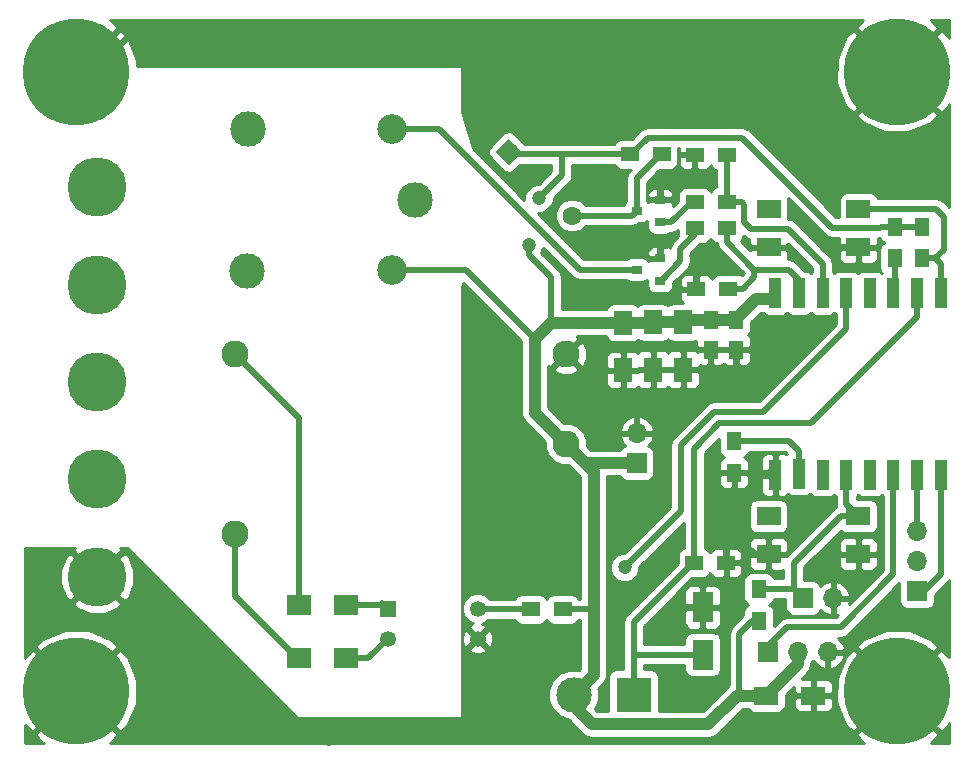
<source format=gbr>
G04 #@! TF.GenerationSoftware,KiCad,Pcbnew,no-vcs-found-c78a2ba~59~ubuntu16.10.1*
G04 #@! TF.CreationDate,2017-11-10T05:59:47+01:00*
G04 #@! TF.ProjectId,open_reflow,6F70656E5F7265666C6F772E6B696361,rev?*
G04 #@! TF.SameCoordinates,Original
G04 #@! TF.FileFunction,Copper,L1,Top,Signal*
G04 #@! TF.FilePolarity,Positive*
%FSLAX46Y46*%
G04 Gerber Fmt 4.6, Leading zero omitted, Abs format (unit mm)*
G04 Created by KiCad (PCBNEW no-vcs-found-c78a2ba~59~ubuntu16.10.1) date Fri Nov 10 05:59:47 2017*
%MOMM*%
%LPD*%
G01*
G04 APERTURE LIST*
%ADD10R,0.900000X0.800000*%
%ADD11C,2.290000*%
%ADD12R,1.100000X2.500000*%
%ADD13C,5.000000*%
%ADD14C,1.600000*%
%ADD15C,0.100000*%
%ADD16R,1.600000X2.000000*%
%ADD17R,2.000000X1.600000*%
%ADD18R,1.250000X1.500000*%
%ADD19C,3.000000*%
%ADD20R,3.000000X3.000000*%
%ADD21R,1.700000X1.700000*%
%ADD22O,1.700000X1.700000*%
%ADD23R,1.500000X1.300000*%
%ADD24R,1.300000X1.500000*%
%ADD25R,1.350000X1.350000*%
%ADD26C,1.350000*%
%ADD27R,1.800000X2.500000*%
%ADD28C,2.500000*%
%ADD29R,2.000000X1.700000*%
%ADD30C,9.000000*%
%ADD31C,1.200000*%
%ADD32C,0.500000*%
%ADD33C,1.000000*%
%ADD34C,0.254000*%
G04 APERTURE END LIST*
D10*
X198755000Y-36830000D03*
X200755000Y-35880000D03*
X200755000Y-37780000D03*
D11*
X192782500Y-51605500D03*
X192782500Y-44005500D03*
X164782500Y-59205500D03*
X164782500Y-44005500D03*
D12*
X224503500Y-38830500D03*
X222503500Y-38830500D03*
X220503500Y-38830500D03*
X218503500Y-38830500D03*
X216503500Y-38830500D03*
X214503500Y-38830500D03*
X212503500Y-38830500D03*
X210503500Y-38830500D03*
X210503500Y-54230500D03*
X212503500Y-54130500D03*
X214503500Y-54230500D03*
X216503500Y-54230500D03*
X218503500Y-54230500D03*
X220503500Y-54230500D03*
X222503500Y-54230500D03*
X224503500Y-54230500D03*
D13*
X153098500Y-62855000D03*
X153098500Y-54605000D03*
X153098500Y-29855000D03*
X153098500Y-46355000D03*
X153098500Y-38105000D03*
D14*
X193294000Y-32258000D03*
X187919988Y-26883988D03*
D15*
G36*
X186788617Y-26883988D02*
X187919988Y-25752617D01*
X189051359Y-26883988D01*
X187919988Y-28015359D01*
X186788617Y-26883988D01*
X186788617Y-26883988D01*
G37*
D16*
X202692000Y-45307000D03*
X202692000Y-41307000D03*
X197612000Y-41338500D03*
X197612000Y-45338500D03*
D17*
X213734400Y-72898000D03*
X209734400Y-72898000D03*
D16*
X200152000Y-41307000D03*
X200152000Y-45307000D03*
D18*
X205041500Y-41104500D03*
X205041500Y-43604500D03*
X207200500Y-43604500D03*
X207200500Y-41104500D03*
D19*
X193421000Y-72834500D03*
D20*
X198501000Y-72834500D03*
D21*
X198755000Y-53213000D03*
D22*
X198755000Y-50673000D03*
D21*
X209867500Y-69215000D03*
D22*
X212407500Y-69215000D03*
X214947500Y-69215000D03*
X222504000Y-58991500D03*
X222504000Y-61531500D03*
D21*
X222504000Y-64071500D03*
D22*
X215392000Y-64643000D03*
D21*
X212852000Y-64643000D03*
D10*
X200755000Y-32829500D03*
X200755000Y-30929500D03*
X198755000Y-31879500D03*
D23*
X206391500Y-33337500D03*
X203691500Y-33337500D03*
X189785000Y-65595500D03*
X192485000Y-65595500D03*
D24*
X220599000Y-33194000D03*
X220599000Y-35894000D03*
D23*
X203628000Y-61658500D03*
X206328000Y-61658500D03*
D24*
X222885000Y-35894000D03*
X222885000Y-33194000D03*
X207010000Y-54055000D03*
X207010000Y-51355000D03*
D23*
X206391500Y-31115000D03*
X203691500Y-31115000D03*
X200892400Y-27076400D03*
X198192400Y-27076400D03*
D24*
X209105500Y-66564500D03*
X209105500Y-63864500D03*
D17*
X209941000Y-34937500D03*
X217541000Y-34937500D03*
X217541000Y-31737500D03*
X209941000Y-31737500D03*
X217531000Y-60921500D03*
X209931000Y-60921500D03*
X209931000Y-57721500D03*
X217531000Y-57721500D03*
D25*
X177673000Y-65532000D03*
D26*
X177673000Y-68072000D03*
X185293000Y-65532000D03*
X185293000Y-68072000D03*
D27*
X204343000Y-69437000D03*
X204343000Y-65437000D03*
D23*
X206502000Y-38481000D03*
X203802000Y-38481000D03*
X203691500Y-27114500D03*
X206391500Y-27114500D03*
D19*
X180012000Y-30942000D03*
D28*
X178062000Y-36892000D03*
D19*
X165812000Y-36942000D03*
X165862000Y-24892000D03*
D28*
X178062000Y-24892000D03*
D29*
X170180000Y-65214500D03*
X174180000Y-65214500D03*
X174180000Y-69723000D03*
X170180000Y-69723000D03*
D30*
X220827600Y-20066000D03*
X220827600Y-72491600D03*
X151333200Y-72491600D03*
X151333200Y-20066000D03*
D31*
X158851600Y-69748400D03*
X165049200Y-72999600D03*
X172719998Y-76555600D03*
X207264000Y-46990000D03*
X205079600Y-46888400D03*
X223164400Y-30073600D03*
X213512400Y-27228800D03*
X187350400Y-17170400D03*
X176530000Y-17170400D03*
X187502800Y-75844400D03*
X200710800Y-17170400D03*
X200964800Y-24028400D03*
X201777600Y-66446400D03*
X201207964Y-34507692D03*
X203809600Y-35661600D03*
X200836252Y-28941752D03*
X207264000Y-59436000D03*
X208724500Y-55626000D03*
X205232000Y-53975000D03*
X215201500Y-34671000D03*
X189636400Y-34747200D03*
X190500000Y-30784800D03*
X197739000Y-62039500D03*
D32*
X152806400Y-20066000D02*
X155702000Y-17170400D01*
X155702000Y-17170400D02*
X176530000Y-17170400D01*
X151333200Y-20066000D02*
X152806400Y-20066000D01*
X158851600Y-68899872D02*
X158851600Y-69748400D01*
X158851600Y-68608100D02*
X158851600Y-68899872D01*
X153098500Y-62855000D02*
X158851600Y-68608100D01*
X165649199Y-73599599D02*
X165049200Y-72999600D01*
X168605200Y-76555600D02*
X165649199Y-73599599D01*
X172719998Y-76555600D02*
X168605200Y-76555600D01*
X207200500Y-46926500D02*
X207264000Y-46990000D01*
X207200500Y-43604500D02*
X207200500Y-46926500D01*
X205041500Y-46850300D02*
X205079600Y-46888400D01*
X205041500Y-43604500D02*
X205041500Y-46850300D01*
X200964800Y-24028400D02*
X210312000Y-24028400D01*
X210312000Y-24028400D02*
X213512400Y-27228800D01*
X187350400Y-17170400D02*
X176530000Y-17170400D01*
X200964800Y-24028400D02*
X200964800Y-17424400D01*
X200964800Y-17424400D02*
X200710800Y-17170400D01*
X204343000Y-65437000D02*
X202787000Y-65437000D01*
X202787000Y-65437000D02*
X201777600Y-66446400D01*
X200755000Y-35880000D02*
X200755000Y-34960656D01*
X203802000Y-35669200D02*
X203809600Y-35661600D01*
X200755000Y-34960656D02*
X201207964Y-34507692D01*
X203802000Y-38481000D02*
X203802000Y-35669200D01*
X200755000Y-29023004D02*
X200836252Y-28941752D01*
X200755000Y-30929500D02*
X200755000Y-29023004D01*
X206328000Y-61658500D02*
X206328000Y-60372000D01*
X206328000Y-60372000D02*
X207264000Y-59436000D01*
X209931000Y-60921500D02*
X208749500Y-60921500D01*
X208749500Y-60921500D02*
X207264000Y-59436000D01*
X208661000Y-54055000D02*
X209979000Y-54055000D01*
X207010000Y-54055000D02*
X208661000Y-54055000D01*
X208661000Y-54055000D02*
X208661000Y-55562500D01*
X208661000Y-55562500D02*
X208724500Y-55626000D01*
X207010000Y-54055000D02*
X205312000Y-54055000D01*
X205312000Y-54055000D02*
X205232000Y-53975000D01*
X217541000Y-34937500D02*
X215468000Y-34937500D01*
X215468000Y-34937500D02*
X215201500Y-34671000D01*
X209979000Y-54055000D02*
X210503500Y-53530500D01*
D33*
X207200500Y-40979500D02*
X207200500Y-41104500D01*
X210327500Y-39354500D02*
X208825500Y-39354500D01*
X208825500Y-39354500D02*
X207200500Y-40979500D01*
X210503500Y-39530500D02*
X210327500Y-39354500D01*
X209734400Y-72898000D02*
X212407500Y-70224900D01*
X212407500Y-70224900D02*
X212407500Y-69215000D01*
D32*
X207454500Y-67677998D02*
X207454500Y-72707500D01*
X207454500Y-72707500D02*
X207264000Y-72898000D01*
D33*
X204827499Y-75334501D02*
X207264000Y-72898000D01*
X207264000Y-72898000D02*
X209734400Y-72898000D01*
D32*
X189636400Y-34747200D02*
X189636400Y-35595728D01*
X189636400Y-35595728D02*
X191534898Y-37494226D01*
X191534898Y-37494226D02*
X191534898Y-41338500D01*
X192430400Y-27076400D02*
X188112400Y-27076400D01*
X198192400Y-27076400D02*
X192430400Y-27076400D01*
X192430400Y-27076400D02*
X192430400Y-28854400D01*
X192430400Y-28854400D02*
X190500000Y-30784800D01*
X220599000Y-33194000D02*
X219449000Y-33194000D01*
X219449000Y-33194000D02*
X219355499Y-33287501D01*
X219355499Y-33287501D02*
X215314503Y-33287501D01*
X215314503Y-33287501D02*
X207703401Y-25676399D01*
X198292400Y-27076400D02*
X198192400Y-27076400D01*
X207703401Y-25676399D02*
X199692401Y-25676399D01*
X199692401Y-25676399D02*
X198292400Y-27076400D01*
X188112400Y-27076400D02*
X187919988Y-26883988D01*
X183007000Y-36892000D02*
X178062000Y-36892000D01*
X183007000Y-36892000D02*
X184293600Y-36892000D01*
X184293600Y-36892000D02*
X190137499Y-42735899D01*
D33*
X195135500Y-65024000D02*
X195135500Y-65595500D01*
X195135500Y-53958500D02*
X195135500Y-65024000D01*
X195135500Y-65024000D02*
X195135500Y-71120000D01*
X195135500Y-71120000D02*
X193421000Y-72834500D01*
X204827499Y-75334501D02*
X194968501Y-75334501D01*
X194968501Y-75334501D02*
X193421000Y-73787000D01*
D32*
X192485000Y-65595500D02*
X195135500Y-65595500D01*
D33*
X195135500Y-53958500D02*
X194390000Y-53213000D01*
D32*
X208567998Y-66564500D02*
X207454500Y-67677998D01*
X209105500Y-66564500D02*
X208567998Y-66564500D01*
X192485000Y-65595500D02*
X192585000Y-65595500D01*
X222885000Y-33194000D02*
X220599000Y-33194000D01*
D33*
X198755000Y-53213000D02*
X194390000Y-53213000D01*
X194390000Y-53213000D02*
X192782500Y-51605500D01*
X192782500Y-51605500D02*
X190137499Y-48960499D01*
X190137499Y-48960499D02*
X190137499Y-42735899D01*
X190137499Y-42735899D02*
X191534898Y-41338500D01*
X191534898Y-41338500D02*
X195812000Y-41338500D01*
X195812000Y-41338500D02*
X197612000Y-41338500D01*
X207200500Y-41104500D02*
X205041500Y-41104500D01*
X205041500Y-41104500D02*
X202894500Y-41104500D01*
X202894500Y-41104500D02*
X202692000Y-41307000D01*
X200152000Y-41307000D02*
X202692000Y-41307000D01*
X197612000Y-41338500D02*
X200120500Y-41338500D01*
X200120500Y-41338500D02*
X200152000Y-41307000D01*
D32*
X174180000Y-69723000D02*
X176022000Y-69723000D01*
X176022000Y-69723000D02*
X177673000Y-68072000D01*
X198755000Y-31879500D02*
X198755000Y-29113800D01*
X198755000Y-29113800D02*
X200792400Y-27076400D01*
X200792400Y-27076400D02*
X200892400Y-27076400D01*
X193294000Y-32258000D02*
X198376500Y-32258000D01*
X198376500Y-32258000D02*
X198755000Y-31879500D01*
X164782500Y-59205500D02*
X164782500Y-64475500D01*
X164782500Y-64475500D02*
X170030000Y-69723000D01*
X170030000Y-69723000D02*
X170180000Y-69723000D01*
X168592500Y-47815500D02*
X164782500Y-44005500D01*
X170180000Y-65214500D02*
X170180000Y-49403000D01*
X170180000Y-49403000D02*
X168592500Y-47815500D01*
X203628000Y-51986998D02*
X203628000Y-60508500D01*
X222503500Y-40880502D02*
X213529003Y-49854999D01*
X203628000Y-60508500D02*
X203628000Y-61658500D01*
X213529003Y-49854999D02*
X205759999Y-49854999D01*
X222503500Y-39530500D02*
X222503500Y-40880502D01*
X205759999Y-49854999D02*
X203628000Y-51986998D01*
X198501000Y-66685500D02*
X198501000Y-69532500D01*
X198501000Y-69532500D02*
X198501000Y-71787000D01*
X198596500Y-69437000D02*
X198501000Y-69532500D01*
X204343000Y-69437000D02*
X198596500Y-69437000D01*
X203628000Y-61658500D02*
X203528000Y-61658500D01*
X203528000Y-61658500D02*
X198501000Y-66685500D01*
X198501000Y-71787000D02*
X198501000Y-73787000D01*
X211523001Y-67114999D02*
X210073499Y-68564501D01*
X216028003Y-67114999D02*
X211523001Y-67114999D01*
X220503500Y-62639502D02*
X216028003Y-67114999D01*
X220503500Y-53530500D02*
X220503500Y-62639502D01*
X210073499Y-68564501D02*
X211005501Y-67632499D01*
X209867500Y-69215000D02*
X209867500Y-68770500D01*
X209867500Y-68770500D02*
X210073499Y-68564501D01*
X222504000Y-58991500D02*
X222504000Y-53531000D01*
X222504000Y-53531000D02*
X222503500Y-53530500D01*
X224503500Y-62640002D02*
X224503500Y-53530500D01*
X222504000Y-64071500D02*
X223072002Y-64071500D01*
X223072002Y-64071500D02*
X224503500Y-62640002D01*
X217531000Y-57721500D02*
X216031000Y-57721500D01*
X216031000Y-57721500D02*
X212073500Y-61679000D01*
X212073500Y-61679000D02*
X212073500Y-63864500D01*
X209105500Y-63864500D02*
X212073500Y-63864500D01*
X212073500Y-63864500D02*
X212852000Y-64643000D01*
X217531000Y-57721500D02*
X216503500Y-56694000D01*
X216503500Y-56694000D02*
X216503500Y-53530500D01*
X202459598Y-36125402D02*
X202459598Y-35064398D01*
X200805000Y-37780000D02*
X202459598Y-36125402D01*
X200755000Y-37780000D02*
X200805000Y-37780000D01*
X203691500Y-33832496D02*
X203691500Y-33337500D01*
X202459598Y-35064398D02*
X203691500Y-33832496D01*
X174180000Y-65214500D02*
X177355500Y-65214500D01*
X177355500Y-65214500D02*
X177673000Y-65532000D01*
X200755000Y-32829500D02*
X201705000Y-32829500D01*
X201705000Y-32829500D02*
X203419500Y-31115000D01*
X203419500Y-31115000D02*
X203691500Y-31115000D01*
X177228500Y-65087500D02*
X177673000Y-65532000D01*
X206502000Y-38481000D02*
X207752000Y-38481000D01*
X207752000Y-38481000D02*
X208734499Y-37498501D01*
X208734499Y-37498501D02*
X208734499Y-36830499D01*
X211653501Y-36830499D02*
X209867500Y-36830499D01*
X206391500Y-33337500D02*
X206391500Y-34487500D01*
X206391500Y-34487500D02*
X208734499Y-36830499D01*
X208734499Y-36830499D02*
X209867500Y-36830499D01*
X212503500Y-39530500D02*
X212503500Y-37680498D01*
X212503500Y-37680498D02*
X211653501Y-36830499D01*
X216503500Y-39530500D02*
X216503500Y-41831304D01*
X198338999Y-61439501D02*
X197739000Y-62039500D01*
X216503500Y-41831304D02*
X209479816Y-48854988D01*
X209479816Y-48854988D02*
X205345781Y-48854988D01*
X202501500Y-57277000D02*
X198338999Y-61439501D01*
X205345781Y-48854988D02*
X202501500Y-51699269D01*
X202501500Y-51699269D02*
X202501500Y-57277000D01*
X189785000Y-65595500D02*
X185356500Y-65595500D01*
X185356500Y-65595500D02*
X185293000Y-65532000D01*
X220599000Y-35894000D02*
X220599000Y-39435000D01*
X220599000Y-39435000D02*
X220503500Y-39530500D01*
X217541000Y-31737500D02*
X219041000Y-31737500D01*
X219041000Y-31737500D02*
X219084501Y-31693999D01*
X219084501Y-31693999D02*
X224135001Y-31693999D01*
X224135001Y-31693999D02*
X224785001Y-32343999D01*
X224785001Y-32343999D02*
X224785001Y-35143999D01*
X217541000Y-32182000D02*
X217741000Y-32182000D01*
X224785001Y-35143999D02*
X224035000Y-35894000D01*
X224503500Y-39530500D02*
X224503500Y-36362500D01*
X224503500Y-36362500D02*
X224035000Y-35894000D01*
X224035000Y-35894000D02*
X222885000Y-35894000D01*
X207010000Y-51355000D02*
X211678002Y-51355000D01*
X211678002Y-51355000D02*
X212503500Y-52180498D01*
X212503500Y-52180498D02*
X212503500Y-53530500D01*
X206391500Y-31115000D02*
X206391500Y-27114500D01*
X214503500Y-39530500D02*
X214503500Y-36349998D01*
X214503500Y-36349998D02*
X211541001Y-33387499D01*
X211541001Y-33387499D02*
X208440997Y-33387499D01*
X208440997Y-33387499D02*
X207891501Y-32838003D01*
X207891501Y-32838003D02*
X207891501Y-31365001D01*
X207891501Y-31365001D02*
X207641500Y-31115000D01*
X207641500Y-31115000D02*
X206391500Y-31115000D01*
X178062000Y-24892000D02*
X181993500Y-24892000D01*
X181993500Y-24892000D02*
X193931500Y-36830000D01*
X193931500Y-36830000D02*
X198755000Y-36830000D01*
D34*
G36*
X189002499Y-42852478D02*
X189002499Y-48960499D01*
X189088896Y-49394845D01*
X189274500Y-49672621D01*
X189334933Y-49763065D01*
X191002652Y-51430784D01*
X191002192Y-51958010D01*
X191272610Y-52612472D01*
X191772895Y-53113630D01*
X192426883Y-53385190D01*
X192957521Y-53385653D01*
X194000500Y-54428632D01*
X194000500Y-64710500D01*
X193835696Y-64710500D01*
X193833157Y-64697735D01*
X193692809Y-64487691D01*
X193482765Y-64347343D01*
X193235000Y-64298060D01*
X191735000Y-64298060D01*
X191487235Y-64347343D01*
X191277191Y-64487691D01*
X191136843Y-64697735D01*
X191135000Y-64707000D01*
X191133157Y-64697735D01*
X190992809Y-64487691D01*
X190782765Y-64347343D01*
X190535000Y-64298060D01*
X189035000Y-64298060D01*
X188787235Y-64347343D01*
X188577191Y-64487691D01*
X188436843Y-64697735D01*
X188434304Y-64710500D01*
X186323937Y-64710500D01*
X186036024Y-64422084D01*
X185554718Y-64222228D01*
X185033568Y-64221774D01*
X184551914Y-64420789D01*
X184183084Y-64788976D01*
X183983228Y-65270282D01*
X183982774Y-65791432D01*
X184181789Y-66273086D01*
X184549976Y-66641916D01*
X184919337Y-66795288D01*
X184614219Y-66921672D01*
X184555458Y-67154853D01*
X185293000Y-67892395D01*
X186030542Y-67154853D01*
X185971781Y-66921672D01*
X185640680Y-66805763D01*
X186034086Y-66643211D01*
X186197081Y-66480500D01*
X188434304Y-66480500D01*
X188436843Y-66493265D01*
X188577191Y-66703309D01*
X188787235Y-66843657D01*
X189035000Y-66892940D01*
X190535000Y-66892940D01*
X190782765Y-66843657D01*
X190992809Y-66703309D01*
X191133157Y-66493265D01*
X191135000Y-66484000D01*
X191136843Y-66493265D01*
X191277191Y-66703309D01*
X191487235Y-66843657D01*
X191735000Y-66892940D01*
X193235000Y-66892940D01*
X193482765Y-66843657D01*
X193692809Y-66703309D01*
X193833157Y-66493265D01*
X193835696Y-66480500D01*
X194000500Y-66480500D01*
X194000500Y-70649868D01*
X193920289Y-70730079D01*
X193847541Y-70699872D01*
X192998185Y-70699130D01*
X192213200Y-71023480D01*
X191612091Y-71623541D01*
X191286372Y-72407959D01*
X191285630Y-73257315D01*
X191609980Y-74042300D01*
X192210041Y-74643409D01*
X192994459Y-74969128D01*
X192997999Y-74969131D01*
X194165935Y-76137067D01*
X194534155Y-76383104D01*
X194968501Y-76469501D01*
X204827499Y-76469501D01*
X205261845Y-76383104D01*
X205630065Y-76137067D01*
X207734132Y-74033000D01*
X208194532Y-74033000D01*
X208276591Y-74155809D01*
X208486635Y-74296157D01*
X208734400Y-74345440D01*
X210734400Y-74345440D01*
X210982165Y-74296157D01*
X211192209Y-74155809D01*
X211332557Y-73945765D01*
X211381840Y-73698000D01*
X211381840Y-73183750D01*
X212099400Y-73183750D01*
X212099400Y-73824310D01*
X212196073Y-74057699D01*
X212374702Y-74236327D01*
X212608091Y-74333000D01*
X213448650Y-74333000D01*
X213607400Y-74174250D01*
X213607400Y-73025000D01*
X213861400Y-73025000D01*
X213861400Y-74174250D01*
X214020150Y-74333000D01*
X214860709Y-74333000D01*
X215094098Y-74236327D01*
X215272727Y-74057699D01*
X215369400Y-73824310D01*
X215369400Y-73435823D01*
X215677847Y-73435823D01*
X216431187Y-75334673D01*
X216518508Y-75465358D01*
X217149045Y-75990550D01*
X220647995Y-72491600D01*
X217149045Y-68992650D01*
X216518508Y-69517842D01*
X215708510Y-71393223D01*
X215677847Y-73435823D01*
X215369400Y-73435823D01*
X215369400Y-73183750D01*
X215210650Y-73025000D01*
X213861400Y-73025000D01*
X213607400Y-73025000D01*
X212258150Y-73025000D01*
X212099400Y-73183750D01*
X211381840Y-73183750D01*
X211381840Y-72855692D01*
X212099400Y-72138132D01*
X212099400Y-72612250D01*
X212258150Y-72771000D01*
X213607400Y-72771000D01*
X213607400Y-71621750D01*
X213861400Y-71621750D01*
X213861400Y-72771000D01*
X215210650Y-72771000D01*
X215369400Y-72612250D01*
X215369400Y-71971690D01*
X215272727Y-71738301D01*
X215094098Y-71559673D01*
X214860709Y-71463000D01*
X214020150Y-71463000D01*
X213861400Y-71621750D01*
X213607400Y-71621750D01*
X213448650Y-71463000D01*
X212774532Y-71463000D01*
X213210066Y-71027466D01*
X213212729Y-71023480D01*
X213456103Y-70659246D01*
X213542500Y-70224900D01*
X213542500Y-70167016D01*
X213685202Y-69953447D01*
X213752317Y-70096358D01*
X214180576Y-70486645D01*
X214590610Y-70656476D01*
X214820500Y-70535155D01*
X214820500Y-69342000D01*
X215074500Y-69342000D01*
X215074500Y-70535155D01*
X215304390Y-70656476D01*
X215714424Y-70486645D01*
X216142683Y-70096358D01*
X216388986Y-69571892D01*
X216268319Y-69342000D01*
X215074500Y-69342000D01*
X214820500Y-69342000D01*
X214800500Y-69342000D01*
X214800500Y-69088000D01*
X214820500Y-69088000D01*
X214820500Y-69068000D01*
X215074500Y-69068000D01*
X215074500Y-69088000D01*
X216268319Y-69088000D01*
X216388986Y-68858108D01*
X216367824Y-68813045D01*
X217328650Y-68813045D01*
X220827600Y-72311995D01*
X224326550Y-68813045D01*
X223801358Y-68182508D01*
X221925977Y-67372510D01*
X219883377Y-67341847D01*
X217984527Y-68095187D01*
X217853842Y-68182508D01*
X217328650Y-68813045D01*
X216367824Y-68813045D01*
X216142683Y-68333642D01*
X215776579Y-67999999D01*
X216027998Y-67999999D01*
X216028003Y-68000000D01*
X216312770Y-67943355D01*
X216366678Y-67932632D01*
X216653793Y-67740789D01*
X221006560Y-63388021D01*
X221006560Y-64921500D01*
X221055843Y-65169265D01*
X221196191Y-65379309D01*
X221406235Y-65519657D01*
X221654000Y-65568940D01*
X223354000Y-65568940D01*
X223601765Y-65519657D01*
X223811809Y-65379309D01*
X223952157Y-65169265D01*
X224001440Y-64921500D01*
X224001440Y-64393642D01*
X225129287Y-63265794D01*
X225129290Y-63265792D01*
X225223000Y-63125544D01*
X225223000Y-69647011D01*
X225136692Y-69517842D01*
X224506155Y-68992650D01*
X221007205Y-72491600D01*
X224506155Y-75990550D01*
X225136692Y-75465358D01*
X225223000Y-75265530D01*
X225223000Y-76887000D01*
X223672189Y-76887000D01*
X223801358Y-76800692D01*
X224326550Y-76170155D01*
X220827600Y-72671205D01*
X217328650Y-76170155D01*
X217853842Y-76800692D01*
X218053670Y-76887000D01*
X154177789Y-76887000D01*
X154306958Y-76800692D01*
X154832150Y-76170155D01*
X151333200Y-72671205D01*
X147834250Y-76170155D01*
X148359442Y-76800692D01*
X148559270Y-76887000D01*
X146950500Y-76887000D01*
X146950500Y-75355196D01*
X147024108Y-75465358D01*
X147654645Y-75990550D01*
X151153595Y-72491600D01*
X151512805Y-72491600D01*
X155011755Y-75990550D01*
X155642292Y-75465358D01*
X156452290Y-73589977D01*
X156482953Y-71547377D01*
X155729613Y-69648527D01*
X155642292Y-69517842D01*
X155011755Y-68992650D01*
X151512805Y-72491600D01*
X151153595Y-72491600D01*
X147654645Y-68992650D01*
X147024108Y-69517842D01*
X146950500Y-69688266D01*
X146950500Y-68813045D01*
X147834250Y-68813045D01*
X151333200Y-72311995D01*
X154832150Y-68813045D01*
X154306958Y-68182508D01*
X152431577Y-67372510D01*
X150388977Y-67341847D01*
X148490127Y-68095187D01*
X148359442Y-68182508D01*
X147834250Y-68813045D01*
X146950500Y-68813045D01*
X146950500Y-65090880D01*
X151042225Y-65090880D01*
X151323921Y-65513564D01*
X152476392Y-65990294D01*
X153723572Y-65989705D01*
X154873079Y-65513564D01*
X155154775Y-65090880D01*
X153098500Y-63034605D01*
X151042225Y-65090880D01*
X146950500Y-65090880D01*
X146950500Y-62232892D01*
X149963206Y-62232892D01*
X149963795Y-63480072D01*
X150439936Y-64629579D01*
X150862620Y-64911275D01*
X152918895Y-62855000D01*
X153278105Y-62855000D01*
X155334380Y-64911275D01*
X155757064Y-64629579D01*
X156233794Y-63477108D01*
X156233205Y-62229928D01*
X155757064Y-61080421D01*
X155334380Y-60798725D01*
X153278105Y-62855000D01*
X152918895Y-62855000D01*
X150862620Y-60798725D01*
X150439936Y-61080421D01*
X149963206Y-62232892D01*
X146950500Y-62232892D01*
X146950500Y-60388500D01*
X151195921Y-60388500D01*
X151042225Y-60619120D01*
X153098500Y-62675395D01*
X155154775Y-60619120D01*
X155001079Y-60388500D01*
X155649394Y-60388500D01*
X170026697Y-74765803D01*
X170067899Y-74793333D01*
X170116500Y-74803000D01*
X183832500Y-74803000D01*
X183881101Y-74793333D01*
X183922303Y-74765803D01*
X183949833Y-74724601D01*
X183959500Y-74676000D01*
X183959500Y-68989147D01*
X184555458Y-68989147D01*
X184614219Y-69222328D01*
X185106100Y-69394522D01*
X185626434Y-69365375D01*
X185971781Y-69222328D01*
X186030542Y-68989147D01*
X185293000Y-68251605D01*
X184555458Y-68989147D01*
X183959500Y-68989147D01*
X183959500Y-67885100D01*
X183970478Y-67885100D01*
X183999625Y-68405434D01*
X184142672Y-68750781D01*
X184375853Y-68809542D01*
X185113395Y-68072000D01*
X185472605Y-68072000D01*
X186210147Y-68809542D01*
X186443328Y-68750781D01*
X186615522Y-68258900D01*
X186586375Y-67738566D01*
X186443328Y-67393219D01*
X186210147Y-67334458D01*
X185472605Y-68072000D01*
X185113395Y-68072000D01*
X184375853Y-67334458D01*
X184142672Y-67393219D01*
X183970478Y-67885100D01*
X183959500Y-67885100D01*
X183959500Y-38373228D01*
X184092884Y-37942863D01*
X189002499Y-42852478D01*
X189002499Y-42852478D01*
G37*
X189002499Y-42852478D02*
X189002499Y-48960499D01*
X189088896Y-49394845D01*
X189274500Y-49672621D01*
X189334933Y-49763065D01*
X191002652Y-51430784D01*
X191002192Y-51958010D01*
X191272610Y-52612472D01*
X191772895Y-53113630D01*
X192426883Y-53385190D01*
X192957521Y-53385653D01*
X194000500Y-54428632D01*
X194000500Y-64710500D01*
X193835696Y-64710500D01*
X193833157Y-64697735D01*
X193692809Y-64487691D01*
X193482765Y-64347343D01*
X193235000Y-64298060D01*
X191735000Y-64298060D01*
X191487235Y-64347343D01*
X191277191Y-64487691D01*
X191136843Y-64697735D01*
X191135000Y-64707000D01*
X191133157Y-64697735D01*
X190992809Y-64487691D01*
X190782765Y-64347343D01*
X190535000Y-64298060D01*
X189035000Y-64298060D01*
X188787235Y-64347343D01*
X188577191Y-64487691D01*
X188436843Y-64697735D01*
X188434304Y-64710500D01*
X186323937Y-64710500D01*
X186036024Y-64422084D01*
X185554718Y-64222228D01*
X185033568Y-64221774D01*
X184551914Y-64420789D01*
X184183084Y-64788976D01*
X183983228Y-65270282D01*
X183982774Y-65791432D01*
X184181789Y-66273086D01*
X184549976Y-66641916D01*
X184919337Y-66795288D01*
X184614219Y-66921672D01*
X184555458Y-67154853D01*
X185293000Y-67892395D01*
X186030542Y-67154853D01*
X185971781Y-66921672D01*
X185640680Y-66805763D01*
X186034086Y-66643211D01*
X186197081Y-66480500D01*
X188434304Y-66480500D01*
X188436843Y-66493265D01*
X188577191Y-66703309D01*
X188787235Y-66843657D01*
X189035000Y-66892940D01*
X190535000Y-66892940D01*
X190782765Y-66843657D01*
X190992809Y-66703309D01*
X191133157Y-66493265D01*
X191135000Y-66484000D01*
X191136843Y-66493265D01*
X191277191Y-66703309D01*
X191487235Y-66843657D01*
X191735000Y-66892940D01*
X193235000Y-66892940D01*
X193482765Y-66843657D01*
X193692809Y-66703309D01*
X193833157Y-66493265D01*
X193835696Y-66480500D01*
X194000500Y-66480500D01*
X194000500Y-70649868D01*
X193920289Y-70730079D01*
X193847541Y-70699872D01*
X192998185Y-70699130D01*
X192213200Y-71023480D01*
X191612091Y-71623541D01*
X191286372Y-72407959D01*
X191285630Y-73257315D01*
X191609980Y-74042300D01*
X192210041Y-74643409D01*
X192994459Y-74969128D01*
X192997999Y-74969131D01*
X194165935Y-76137067D01*
X194534155Y-76383104D01*
X194968501Y-76469501D01*
X204827499Y-76469501D01*
X205261845Y-76383104D01*
X205630065Y-76137067D01*
X207734132Y-74033000D01*
X208194532Y-74033000D01*
X208276591Y-74155809D01*
X208486635Y-74296157D01*
X208734400Y-74345440D01*
X210734400Y-74345440D01*
X210982165Y-74296157D01*
X211192209Y-74155809D01*
X211332557Y-73945765D01*
X211381840Y-73698000D01*
X211381840Y-73183750D01*
X212099400Y-73183750D01*
X212099400Y-73824310D01*
X212196073Y-74057699D01*
X212374702Y-74236327D01*
X212608091Y-74333000D01*
X213448650Y-74333000D01*
X213607400Y-74174250D01*
X213607400Y-73025000D01*
X213861400Y-73025000D01*
X213861400Y-74174250D01*
X214020150Y-74333000D01*
X214860709Y-74333000D01*
X215094098Y-74236327D01*
X215272727Y-74057699D01*
X215369400Y-73824310D01*
X215369400Y-73435823D01*
X215677847Y-73435823D01*
X216431187Y-75334673D01*
X216518508Y-75465358D01*
X217149045Y-75990550D01*
X220647995Y-72491600D01*
X217149045Y-68992650D01*
X216518508Y-69517842D01*
X215708510Y-71393223D01*
X215677847Y-73435823D01*
X215369400Y-73435823D01*
X215369400Y-73183750D01*
X215210650Y-73025000D01*
X213861400Y-73025000D01*
X213607400Y-73025000D01*
X212258150Y-73025000D01*
X212099400Y-73183750D01*
X211381840Y-73183750D01*
X211381840Y-72855692D01*
X212099400Y-72138132D01*
X212099400Y-72612250D01*
X212258150Y-72771000D01*
X213607400Y-72771000D01*
X213607400Y-71621750D01*
X213861400Y-71621750D01*
X213861400Y-72771000D01*
X215210650Y-72771000D01*
X215369400Y-72612250D01*
X215369400Y-71971690D01*
X215272727Y-71738301D01*
X215094098Y-71559673D01*
X214860709Y-71463000D01*
X214020150Y-71463000D01*
X213861400Y-71621750D01*
X213607400Y-71621750D01*
X213448650Y-71463000D01*
X212774532Y-71463000D01*
X213210066Y-71027466D01*
X213212729Y-71023480D01*
X213456103Y-70659246D01*
X213542500Y-70224900D01*
X213542500Y-70167016D01*
X213685202Y-69953447D01*
X213752317Y-70096358D01*
X214180576Y-70486645D01*
X214590610Y-70656476D01*
X214820500Y-70535155D01*
X214820500Y-69342000D01*
X215074500Y-69342000D01*
X215074500Y-70535155D01*
X215304390Y-70656476D01*
X215714424Y-70486645D01*
X216142683Y-70096358D01*
X216388986Y-69571892D01*
X216268319Y-69342000D01*
X215074500Y-69342000D01*
X214820500Y-69342000D01*
X214800500Y-69342000D01*
X214800500Y-69088000D01*
X214820500Y-69088000D01*
X214820500Y-69068000D01*
X215074500Y-69068000D01*
X215074500Y-69088000D01*
X216268319Y-69088000D01*
X216388986Y-68858108D01*
X216367824Y-68813045D01*
X217328650Y-68813045D01*
X220827600Y-72311995D01*
X224326550Y-68813045D01*
X223801358Y-68182508D01*
X221925977Y-67372510D01*
X219883377Y-67341847D01*
X217984527Y-68095187D01*
X217853842Y-68182508D01*
X217328650Y-68813045D01*
X216367824Y-68813045D01*
X216142683Y-68333642D01*
X215776579Y-67999999D01*
X216027998Y-67999999D01*
X216028003Y-68000000D01*
X216312770Y-67943355D01*
X216366678Y-67932632D01*
X216653793Y-67740789D01*
X221006560Y-63388021D01*
X221006560Y-64921500D01*
X221055843Y-65169265D01*
X221196191Y-65379309D01*
X221406235Y-65519657D01*
X221654000Y-65568940D01*
X223354000Y-65568940D01*
X223601765Y-65519657D01*
X223811809Y-65379309D01*
X223952157Y-65169265D01*
X224001440Y-64921500D01*
X224001440Y-64393642D01*
X225129287Y-63265794D01*
X225129290Y-63265792D01*
X225223000Y-63125544D01*
X225223000Y-69647011D01*
X225136692Y-69517842D01*
X224506155Y-68992650D01*
X221007205Y-72491600D01*
X224506155Y-75990550D01*
X225136692Y-75465358D01*
X225223000Y-75265530D01*
X225223000Y-76887000D01*
X223672189Y-76887000D01*
X223801358Y-76800692D01*
X224326550Y-76170155D01*
X220827600Y-72671205D01*
X217328650Y-76170155D01*
X217853842Y-76800692D01*
X218053670Y-76887000D01*
X154177789Y-76887000D01*
X154306958Y-76800692D01*
X154832150Y-76170155D01*
X151333200Y-72671205D01*
X147834250Y-76170155D01*
X148359442Y-76800692D01*
X148559270Y-76887000D01*
X146950500Y-76887000D01*
X146950500Y-75355196D01*
X147024108Y-75465358D01*
X147654645Y-75990550D01*
X151153595Y-72491600D01*
X151512805Y-72491600D01*
X155011755Y-75990550D01*
X155642292Y-75465358D01*
X156452290Y-73589977D01*
X156482953Y-71547377D01*
X155729613Y-69648527D01*
X155642292Y-69517842D01*
X155011755Y-68992650D01*
X151512805Y-72491600D01*
X151153595Y-72491600D01*
X147654645Y-68992650D01*
X147024108Y-69517842D01*
X146950500Y-69688266D01*
X146950500Y-68813045D01*
X147834250Y-68813045D01*
X151333200Y-72311995D01*
X154832150Y-68813045D01*
X154306958Y-68182508D01*
X152431577Y-67372510D01*
X150388977Y-67341847D01*
X148490127Y-68095187D01*
X148359442Y-68182508D01*
X147834250Y-68813045D01*
X146950500Y-68813045D01*
X146950500Y-65090880D01*
X151042225Y-65090880D01*
X151323921Y-65513564D01*
X152476392Y-65990294D01*
X153723572Y-65989705D01*
X154873079Y-65513564D01*
X155154775Y-65090880D01*
X153098500Y-63034605D01*
X151042225Y-65090880D01*
X146950500Y-65090880D01*
X146950500Y-62232892D01*
X149963206Y-62232892D01*
X149963795Y-63480072D01*
X150439936Y-64629579D01*
X150862620Y-64911275D01*
X152918895Y-62855000D01*
X153278105Y-62855000D01*
X155334380Y-64911275D01*
X155757064Y-64629579D01*
X156233794Y-63477108D01*
X156233205Y-62229928D01*
X155757064Y-61080421D01*
X155334380Y-60798725D01*
X153278105Y-62855000D01*
X152918895Y-62855000D01*
X150862620Y-60798725D01*
X150439936Y-61080421D01*
X149963206Y-62232892D01*
X146950500Y-62232892D01*
X146950500Y-60388500D01*
X151195921Y-60388500D01*
X151042225Y-60619120D01*
X153098500Y-62675395D01*
X155154775Y-60619120D01*
X155001079Y-60388500D01*
X155649394Y-60388500D01*
X170026697Y-74765803D01*
X170067899Y-74793333D01*
X170116500Y-74803000D01*
X183832500Y-74803000D01*
X183881101Y-74793333D01*
X183922303Y-74765803D01*
X183949833Y-74724601D01*
X183959500Y-74676000D01*
X183959500Y-68989147D01*
X184555458Y-68989147D01*
X184614219Y-69222328D01*
X185106100Y-69394522D01*
X185626434Y-69365375D01*
X185971781Y-69222328D01*
X186030542Y-68989147D01*
X185293000Y-68251605D01*
X184555458Y-68989147D01*
X183959500Y-68989147D01*
X183959500Y-67885100D01*
X183970478Y-67885100D01*
X183999625Y-68405434D01*
X184142672Y-68750781D01*
X184375853Y-68809542D01*
X185113395Y-68072000D01*
X185472605Y-68072000D01*
X186210147Y-68809542D01*
X186443328Y-68750781D01*
X186615522Y-68258900D01*
X186586375Y-67738566D01*
X186443328Y-67393219D01*
X186210147Y-67334458D01*
X185472605Y-68072000D01*
X185113395Y-68072000D01*
X184375853Y-67334458D01*
X184142672Y-67393219D01*
X183970478Y-67885100D01*
X183959500Y-67885100D01*
X183959500Y-38373228D01*
X184092884Y-37942863D01*
X189002499Y-42852478D01*
G36*
X205712560Y-52105000D02*
X205761843Y-52352765D01*
X205902191Y-52562809D01*
X206112235Y-52703157D01*
X206140209Y-52708721D01*
X206000301Y-52766673D01*
X205821673Y-52945302D01*
X205725000Y-53178691D01*
X205725000Y-53769250D01*
X205883750Y-53928000D01*
X206883000Y-53928000D01*
X206883000Y-53908000D01*
X207137000Y-53908000D01*
X207137000Y-53928000D01*
X208136250Y-53928000D01*
X208295000Y-53769250D01*
X208295000Y-53178691D01*
X208198327Y-52945302D01*
X208107217Y-52854191D01*
X209318500Y-52854191D01*
X209318500Y-53944750D01*
X209477250Y-54103500D01*
X210376500Y-54103500D01*
X210376500Y-52504250D01*
X210217750Y-52345500D01*
X209827190Y-52345500D01*
X209593801Y-52442173D01*
X209415173Y-52620802D01*
X209318500Y-52854191D01*
X208107217Y-52854191D01*
X208019699Y-52766673D01*
X207879791Y-52708721D01*
X207907765Y-52703157D01*
X208117809Y-52562809D01*
X208258157Y-52352765D01*
X208280587Y-52240000D01*
X211311422Y-52240000D01*
X211495059Y-52423637D01*
X211454846Y-52483820D01*
X211413199Y-52442173D01*
X211179810Y-52345500D01*
X210789250Y-52345500D01*
X210630500Y-52504250D01*
X210630500Y-54103500D01*
X210650500Y-54103500D01*
X210650500Y-54357500D01*
X210630500Y-54357500D01*
X210630500Y-55956750D01*
X210789250Y-56115500D01*
X211179810Y-56115500D01*
X211413199Y-56018827D01*
X211554453Y-55877573D01*
X211705735Y-55978657D01*
X211953500Y-56027940D01*
X213053500Y-56027940D01*
X213301265Y-55978657D01*
X213454318Y-55876390D01*
X213495691Y-55938309D01*
X213705735Y-56078657D01*
X213953500Y-56127940D01*
X215053500Y-56127940D01*
X215301265Y-56078657D01*
X215503500Y-55943527D01*
X215618500Y-56020368D01*
X215618500Y-56693995D01*
X215618499Y-56694000D01*
X215646845Y-56836500D01*
X215664009Y-56922787D01*
X215405210Y-57095710D01*
X215405208Y-57095713D01*
X211447710Y-61053210D01*
X211433391Y-61074641D01*
X211407250Y-61048500D01*
X210058000Y-61048500D01*
X210058000Y-62197750D01*
X210216750Y-62356500D01*
X211057309Y-62356500D01*
X211188500Y-62302159D01*
X211188500Y-62979500D01*
X210376087Y-62979500D01*
X210353657Y-62866735D01*
X210213309Y-62656691D01*
X210003265Y-62516343D01*
X209755500Y-62467060D01*
X208455500Y-62467060D01*
X208207735Y-62516343D01*
X207997691Y-62656691D01*
X207857343Y-62866735D01*
X207808060Y-63114500D01*
X207808060Y-64614500D01*
X207857343Y-64862265D01*
X207997691Y-65072309D01*
X208207735Y-65212657D01*
X208217000Y-65214500D01*
X208207735Y-65216343D01*
X207997691Y-65356691D01*
X207857343Y-65566735D01*
X207808060Y-65814500D01*
X207808060Y-66072859D01*
X206828710Y-67052208D01*
X206636867Y-67339323D01*
X206636867Y-67339324D01*
X206569499Y-67677998D01*
X206569500Y-67678003D01*
X206569500Y-72023227D01*
X206481973Y-72081710D01*
X206461434Y-72095434D01*
X204357367Y-74199501D01*
X200648440Y-74199501D01*
X200648440Y-71334500D01*
X200599157Y-71086735D01*
X200458809Y-70876691D01*
X200248765Y-70736343D01*
X200001000Y-70687060D01*
X199386000Y-70687060D01*
X199386000Y-70322000D01*
X202795560Y-70322000D01*
X202795560Y-70687000D01*
X202844843Y-70934765D01*
X202985191Y-71144809D01*
X203195235Y-71285157D01*
X203443000Y-71334440D01*
X205243000Y-71334440D01*
X205490765Y-71285157D01*
X205700809Y-71144809D01*
X205841157Y-70934765D01*
X205890440Y-70687000D01*
X205890440Y-68187000D01*
X205841157Y-67939235D01*
X205700809Y-67729191D01*
X205490765Y-67588843D01*
X205243000Y-67539560D01*
X203443000Y-67539560D01*
X203195235Y-67588843D01*
X202985191Y-67729191D01*
X202844843Y-67939235D01*
X202795560Y-68187000D01*
X202795560Y-68552000D01*
X199386000Y-68552000D01*
X199386000Y-67052080D01*
X200715329Y-65722750D01*
X202808000Y-65722750D01*
X202808000Y-66813309D01*
X202904673Y-67046698D01*
X203083301Y-67225327D01*
X203316690Y-67322000D01*
X204057250Y-67322000D01*
X204216000Y-67163250D01*
X204216000Y-65564000D01*
X204470000Y-65564000D01*
X204470000Y-67163250D01*
X204628750Y-67322000D01*
X205369310Y-67322000D01*
X205602699Y-67225327D01*
X205781327Y-67046698D01*
X205878000Y-66813309D01*
X205878000Y-65722750D01*
X205719250Y-65564000D01*
X204470000Y-65564000D01*
X204216000Y-65564000D01*
X202966750Y-65564000D01*
X202808000Y-65722750D01*
X200715329Y-65722750D01*
X202377388Y-64060691D01*
X202808000Y-64060691D01*
X202808000Y-65151250D01*
X202966750Y-65310000D01*
X204216000Y-65310000D01*
X204216000Y-63710750D01*
X204470000Y-63710750D01*
X204470000Y-65310000D01*
X205719250Y-65310000D01*
X205878000Y-65151250D01*
X205878000Y-64060691D01*
X205781327Y-63827302D01*
X205602699Y-63648673D01*
X205369310Y-63552000D01*
X204628750Y-63552000D01*
X204470000Y-63710750D01*
X204216000Y-63710750D01*
X204057250Y-63552000D01*
X203316690Y-63552000D01*
X203083301Y-63648673D01*
X202904673Y-63827302D01*
X202808000Y-64060691D01*
X202377388Y-64060691D01*
X203482139Y-62955940D01*
X204378000Y-62955940D01*
X204625765Y-62906657D01*
X204835809Y-62766309D01*
X204976157Y-62556265D01*
X204981721Y-62528291D01*
X205039673Y-62668199D01*
X205218302Y-62846827D01*
X205451691Y-62943500D01*
X206042250Y-62943500D01*
X206201000Y-62784750D01*
X206201000Y-61785500D01*
X206455000Y-61785500D01*
X206455000Y-62784750D01*
X206613750Y-62943500D01*
X207204309Y-62943500D01*
X207437698Y-62846827D01*
X207616327Y-62668199D01*
X207713000Y-62434810D01*
X207713000Y-61944250D01*
X207554250Y-61785500D01*
X206455000Y-61785500D01*
X206201000Y-61785500D01*
X206181000Y-61785500D01*
X206181000Y-61531500D01*
X206201000Y-61531500D01*
X206201000Y-60532250D01*
X206455000Y-60532250D01*
X206455000Y-61531500D01*
X207554250Y-61531500D01*
X207713000Y-61372750D01*
X207713000Y-61207250D01*
X208296000Y-61207250D01*
X208296000Y-61847810D01*
X208392673Y-62081199D01*
X208571302Y-62259827D01*
X208804691Y-62356500D01*
X209645250Y-62356500D01*
X209804000Y-62197750D01*
X209804000Y-61048500D01*
X208454750Y-61048500D01*
X208296000Y-61207250D01*
X207713000Y-61207250D01*
X207713000Y-60882190D01*
X207616327Y-60648801D01*
X207437698Y-60470173D01*
X207204309Y-60373500D01*
X206613750Y-60373500D01*
X206455000Y-60532250D01*
X206201000Y-60532250D01*
X206042250Y-60373500D01*
X205451691Y-60373500D01*
X205218302Y-60470173D01*
X205039673Y-60648801D01*
X204981721Y-60788709D01*
X204976157Y-60760735D01*
X204835809Y-60550691D01*
X204625765Y-60410343D01*
X204513000Y-60387913D01*
X204513000Y-59995190D01*
X208296000Y-59995190D01*
X208296000Y-60635750D01*
X208454750Y-60794500D01*
X209804000Y-60794500D01*
X209804000Y-59645250D01*
X210058000Y-59645250D01*
X210058000Y-60794500D01*
X211407250Y-60794500D01*
X211566000Y-60635750D01*
X211566000Y-59995190D01*
X211469327Y-59761801D01*
X211290698Y-59583173D01*
X211057309Y-59486500D01*
X210216750Y-59486500D01*
X210058000Y-59645250D01*
X209804000Y-59645250D01*
X209645250Y-59486500D01*
X208804691Y-59486500D01*
X208571302Y-59583173D01*
X208392673Y-59761801D01*
X208296000Y-59995190D01*
X204513000Y-59995190D01*
X204513000Y-56921500D01*
X208283560Y-56921500D01*
X208283560Y-58521500D01*
X208332843Y-58769265D01*
X208473191Y-58979309D01*
X208683235Y-59119657D01*
X208931000Y-59168940D01*
X210931000Y-59168940D01*
X211178765Y-59119657D01*
X211388809Y-58979309D01*
X211529157Y-58769265D01*
X211578440Y-58521500D01*
X211578440Y-56921500D01*
X211529157Y-56673735D01*
X211388809Y-56463691D01*
X211178765Y-56323343D01*
X210931000Y-56274060D01*
X208931000Y-56274060D01*
X208683235Y-56323343D01*
X208473191Y-56463691D01*
X208332843Y-56673735D01*
X208283560Y-56921500D01*
X204513000Y-56921500D01*
X204513000Y-54340750D01*
X205725000Y-54340750D01*
X205725000Y-54931309D01*
X205821673Y-55164698D01*
X206000301Y-55343327D01*
X206233690Y-55440000D01*
X206724250Y-55440000D01*
X206883000Y-55281250D01*
X206883000Y-54182000D01*
X207137000Y-54182000D01*
X207137000Y-55281250D01*
X207295750Y-55440000D01*
X207786310Y-55440000D01*
X208019699Y-55343327D01*
X208198327Y-55164698D01*
X208295000Y-54931309D01*
X208295000Y-54516250D01*
X209318500Y-54516250D01*
X209318500Y-55606809D01*
X209415173Y-55840198D01*
X209593801Y-56018827D01*
X209827190Y-56115500D01*
X210217750Y-56115500D01*
X210376500Y-55956750D01*
X210376500Y-54357500D01*
X209477250Y-54357500D01*
X209318500Y-54516250D01*
X208295000Y-54516250D01*
X208295000Y-54340750D01*
X208136250Y-54182000D01*
X207137000Y-54182000D01*
X206883000Y-54182000D01*
X205883750Y-54182000D01*
X205725000Y-54340750D01*
X204513000Y-54340750D01*
X204513000Y-52353578D01*
X205712560Y-51154017D01*
X205712560Y-52105000D01*
X205712560Y-52105000D01*
G37*
X205712560Y-52105000D02*
X205761843Y-52352765D01*
X205902191Y-52562809D01*
X206112235Y-52703157D01*
X206140209Y-52708721D01*
X206000301Y-52766673D01*
X205821673Y-52945302D01*
X205725000Y-53178691D01*
X205725000Y-53769250D01*
X205883750Y-53928000D01*
X206883000Y-53928000D01*
X206883000Y-53908000D01*
X207137000Y-53908000D01*
X207137000Y-53928000D01*
X208136250Y-53928000D01*
X208295000Y-53769250D01*
X208295000Y-53178691D01*
X208198327Y-52945302D01*
X208107217Y-52854191D01*
X209318500Y-52854191D01*
X209318500Y-53944750D01*
X209477250Y-54103500D01*
X210376500Y-54103500D01*
X210376500Y-52504250D01*
X210217750Y-52345500D01*
X209827190Y-52345500D01*
X209593801Y-52442173D01*
X209415173Y-52620802D01*
X209318500Y-52854191D01*
X208107217Y-52854191D01*
X208019699Y-52766673D01*
X207879791Y-52708721D01*
X207907765Y-52703157D01*
X208117809Y-52562809D01*
X208258157Y-52352765D01*
X208280587Y-52240000D01*
X211311422Y-52240000D01*
X211495059Y-52423637D01*
X211454846Y-52483820D01*
X211413199Y-52442173D01*
X211179810Y-52345500D01*
X210789250Y-52345500D01*
X210630500Y-52504250D01*
X210630500Y-54103500D01*
X210650500Y-54103500D01*
X210650500Y-54357500D01*
X210630500Y-54357500D01*
X210630500Y-55956750D01*
X210789250Y-56115500D01*
X211179810Y-56115500D01*
X211413199Y-56018827D01*
X211554453Y-55877573D01*
X211705735Y-55978657D01*
X211953500Y-56027940D01*
X213053500Y-56027940D01*
X213301265Y-55978657D01*
X213454318Y-55876390D01*
X213495691Y-55938309D01*
X213705735Y-56078657D01*
X213953500Y-56127940D01*
X215053500Y-56127940D01*
X215301265Y-56078657D01*
X215503500Y-55943527D01*
X215618500Y-56020368D01*
X215618500Y-56693995D01*
X215618499Y-56694000D01*
X215646845Y-56836500D01*
X215664009Y-56922787D01*
X215405210Y-57095710D01*
X215405208Y-57095713D01*
X211447710Y-61053210D01*
X211433391Y-61074641D01*
X211407250Y-61048500D01*
X210058000Y-61048500D01*
X210058000Y-62197750D01*
X210216750Y-62356500D01*
X211057309Y-62356500D01*
X211188500Y-62302159D01*
X211188500Y-62979500D01*
X210376087Y-62979500D01*
X210353657Y-62866735D01*
X210213309Y-62656691D01*
X210003265Y-62516343D01*
X209755500Y-62467060D01*
X208455500Y-62467060D01*
X208207735Y-62516343D01*
X207997691Y-62656691D01*
X207857343Y-62866735D01*
X207808060Y-63114500D01*
X207808060Y-64614500D01*
X207857343Y-64862265D01*
X207997691Y-65072309D01*
X208207735Y-65212657D01*
X208217000Y-65214500D01*
X208207735Y-65216343D01*
X207997691Y-65356691D01*
X207857343Y-65566735D01*
X207808060Y-65814500D01*
X207808060Y-66072859D01*
X206828710Y-67052208D01*
X206636867Y-67339323D01*
X206636867Y-67339324D01*
X206569499Y-67677998D01*
X206569500Y-67678003D01*
X206569500Y-72023227D01*
X206481973Y-72081710D01*
X206461434Y-72095434D01*
X204357367Y-74199501D01*
X200648440Y-74199501D01*
X200648440Y-71334500D01*
X200599157Y-71086735D01*
X200458809Y-70876691D01*
X200248765Y-70736343D01*
X200001000Y-70687060D01*
X199386000Y-70687060D01*
X199386000Y-70322000D01*
X202795560Y-70322000D01*
X202795560Y-70687000D01*
X202844843Y-70934765D01*
X202985191Y-71144809D01*
X203195235Y-71285157D01*
X203443000Y-71334440D01*
X205243000Y-71334440D01*
X205490765Y-71285157D01*
X205700809Y-71144809D01*
X205841157Y-70934765D01*
X205890440Y-70687000D01*
X205890440Y-68187000D01*
X205841157Y-67939235D01*
X205700809Y-67729191D01*
X205490765Y-67588843D01*
X205243000Y-67539560D01*
X203443000Y-67539560D01*
X203195235Y-67588843D01*
X202985191Y-67729191D01*
X202844843Y-67939235D01*
X202795560Y-68187000D01*
X202795560Y-68552000D01*
X199386000Y-68552000D01*
X199386000Y-67052080D01*
X200715329Y-65722750D01*
X202808000Y-65722750D01*
X202808000Y-66813309D01*
X202904673Y-67046698D01*
X203083301Y-67225327D01*
X203316690Y-67322000D01*
X204057250Y-67322000D01*
X204216000Y-67163250D01*
X204216000Y-65564000D01*
X204470000Y-65564000D01*
X204470000Y-67163250D01*
X204628750Y-67322000D01*
X205369310Y-67322000D01*
X205602699Y-67225327D01*
X205781327Y-67046698D01*
X205878000Y-66813309D01*
X205878000Y-65722750D01*
X205719250Y-65564000D01*
X204470000Y-65564000D01*
X204216000Y-65564000D01*
X202966750Y-65564000D01*
X202808000Y-65722750D01*
X200715329Y-65722750D01*
X202377388Y-64060691D01*
X202808000Y-64060691D01*
X202808000Y-65151250D01*
X202966750Y-65310000D01*
X204216000Y-65310000D01*
X204216000Y-63710750D01*
X204470000Y-63710750D01*
X204470000Y-65310000D01*
X205719250Y-65310000D01*
X205878000Y-65151250D01*
X205878000Y-64060691D01*
X205781327Y-63827302D01*
X205602699Y-63648673D01*
X205369310Y-63552000D01*
X204628750Y-63552000D01*
X204470000Y-63710750D01*
X204216000Y-63710750D01*
X204057250Y-63552000D01*
X203316690Y-63552000D01*
X203083301Y-63648673D01*
X202904673Y-63827302D01*
X202808000Y-64060691D01*
X202377388Y-64060691D01*
X203482139Y-62955940D01*
X204378000Y-62955940D01*
X204625765Y-62906657D01*
X204835809Y-62766309D01*
X204976157Y-62556265D01*
X204981721Y-62528291D01*
X205039673Y-62668199D01*
X205218302Y-62846827D01*
X205451691Y-62943500D01*
X206042250Y-62943500D01*
X206201000Y-62784750D01*
X206201000Y-61785500D01*
X206455000Y-61785500D01*
X206455000Y-62784750D01*
X206613750Y-62943500D01*
X207204309Y-62943500D01*
X207437698Y-62846827D01*
X207616327Y-62668199D01*
X207713000Y-62434810D01*
X207713000Y-61944250D01*
X207554250Y-61785500D01*
X206455000Y-61785500D01*
X206201000Y-61785500D01*
X206181000Y-61785500D01*
X206181000Y-61531500D01*
X206201000Y-61531500D01*
X206201000Y-60532250D01*
X206455000Y-60532250D01*
X206455000Y-61531500D01*
X207554250Y-61531500D01*
X207713000Y-61372750D01*
X207713000Y-61207250D01*
X208296000Y-61207250D01*
X208296000Y-61847810D01*
X208392673Y-62081199D01*
X208571302Y-62259827D01*
X208804691Y-62356500D01*
X209645250Y-62356500D01*
X209804000Y-62197750D01*
X209804000Y-61048500D01*
X208454750Y-61048500D01*
X208296000Y-61207250D01*
X207713000Y-61207250D01*
X207713000Y-60882190D01*
X207616327Y-60648801D01*
X207437698Y-60470173D01*
X207204309Y-60373500D01*
X206613750Y-60373500D01*
X206455000Y-60532250D01*
X206201000Y-60532250D01*
X206042250Y-60373500D01*
X205451691Y-60373500D01*
X205218302Y-60470173D01*
X205039673Y-60648801D01*
X204981721Y-60788709D01*
X204976157Y-60760735D01*
X204835809Y-60550691D01*
X204625765Y-60410343D01*
X204513000Y-60387913D01*
X204513000Y-59995190D01*
X208296000Y-59995190D01*
X208296000Y-60635750D01*
X208454750Y-60794500D01*
X209804000Y-60794500D01*
X209804000Y-59645250D01*
X210058000Y-59645250D01*
X210058000Y-60794500D01*
X211407250Y-60794500D01*
X211566000Y-60635750D01*
X211566000Y-59995190D01*
X211469327Y-59761801D01*
X211290698Y-59583173D01*
X211057309Y-59486500D01*
X210216750Y-59486500D01*
X210058000Y-59645250D01*
X209804000Y-59645250D01*
X209645250Y-59486500D01*
X208804691Y-59486500D01*
X208571302Y-59583173D01*
X208392673Y-59761801D01*
X208296000Y-59995190D01*
X204513000Y-59995190D01*
X204513000Y-56921500D01*
X208283560Y-56921500D01*
X208283560Y-58521500D01*
X208332843Y-58769265D01*
X208473191Y-58979309D01*
X208683235Y-59119657D01*
X208931000Y-59168940D01*
X210931000Y-59168940D01*
X211178765Y-59119657D01*
X211388809Y-58979309D01*
X211529157Y-58769265D01*
X211578440Y-58521500D01*
X211578440Y-56921500D01*
X211529157Y-56673735D01*
X211388809Y-56463691D01*
X211178765Y-56323343D01*
X210931000Y-56274060D01*
X208931000Y-56274060D01*
X208683235Y-56323343D01*
X208473191Y-56463691D01*
X208332843Y-56673735D01*
X208283560Y-56921500D01*
X204513000Y-56921500D01*
X204513000Y-54340750D01*
X205725000Y-54340750D01*
X205725000Y-54931309D01*
X205821673Y-55164698D01*
X206000301Y-55343327D01*
X206233690Y-55440000D01*
X206724250Y-55440000D01*
X206883000Y-55281250D01*
X206883000Y-54182000D01*
X207137000Y-54182000D01*
X207137000Y-55281250D01*
X207295750Y-55440000D01*
X207786310Y-55440000D01*
X208019699Y-55343327D01*
X208198327Y-55164698D01*
X208295000Y-54931309D01*
X208295000Y-54516250D01*
X209318500Y-54516250D01*
X209318500Y-55606809D01*
X209415173Y-55840198D01*
X209593801Y-56018827D01*
X209827190Y-56115500D01*
X210217750Y-56115500D01*
X210376500Y-55956750D01*
X210376500Y-54357500D01*
X209477250Y-54357500D01*
X209318500Y-54516250D01*
X208295000Y-54516250D01*
X208295000Y-54340750D01*
X208136250Y-54182000D01*
X207137000Y-54182000D01*
X206883000Y-54182000D01*
X205883750Y-54182000D01*
X205725000Y-54340750D01*
X204513000Y-54340750D01*
X204513000Y-52353578D01*
X205712560Y-51154017D01*
X205712560Y-52105000D01*
G36*
X209495691Y-40538309D02*
X209705735Y-40678657D01*
X209953500Y-40727940D01*
X211053500Y-40727940D01*
X211301265Y-40678657D01*
X211503500Y-40543527D01*
X211705735Y-40678657D01*
X211953500Y-40727940D01*
X213053500Y-40727940D01*
X213301265Y-40678657D01*
X213503500Y-40543527D01*
X213705735Y-40678657D01*
X213953500Y-40727940D01*
X215053500Y-40727940D01*
X215301265Y-40678657D01*
X215503500Y-40543527D01*
X215618500Y-40620368D01*
X215618500Y-41464725D01*
X209113236Y-47969988D01*
X205345786Y-47969988D01*
X205345781Y-47969987D01*
X205063297Y-48026178D01*
X205007106Y-48037355D01*
X204719991Y-48229198D01*
X204719989Y-48229201D01*
X201875710Y-51073479D01*
X201683867Y-51360594D01*
X201683867Y-51360595D01*
X201616499Y-51699269D01*
X201616500Y-51699274D01*
X201616500Y-56910421D01*
X197722435Y-60804485D01*
X197494421Y-60804286D01*
X197040343Y-60991908D01*
X196692629Y-61339015D01*
X196504215Y-61792766D01*
X196503786Y-62284079D01*
X196691408Y-62738157D01*
X197038515Y-63085871D01*
X197492266Y-63274285D01*
X197983579Y-63274714D01*
X198437657Y-63087092D01*
X198785371Y-62739985D01*
X198973785Y-62286234D01*
X198973986Y-62056094D01*
X202743000Y-58287079D01*
X202743000Y-60387913D01*
X202630235Y-60410343D01*
X202420191Y-60550691D01*
X202279843Y-60760735D01*
X202230560Y-61008500D01*
X202230560Y-61704361D01*
X197875210Y-66059710D01*
X197683367Y-66346825D01*
X197673174Y-66398066D01*
X197615999Y-66685500D01*
X197616000Y-66685505D01*
X197616000Y-69532495D01*
X197615999Y-69532500D01*
X197616000Y-69532505D01*
X197616000Y-70687060D01*
X197001000Y-70687060D01*
X196753235Y-70736343D01*
X196543191Y-70876691D01*
X196402843Y-71086735D01*
X196353560Y-71334500D01*
X196353560Y-74199501D01*
X195438633Y-74199501D01*
X195245953Y-74006821D01*
X195555628Y-73261041D01*
X195556370Y-72411685D01*
X195524961Y-72335671D01*
X195938066Y-71922566D01*
X196028648Y-71787000D01*
X196184103Y-71554346D01*
X196270500Y-71120000D01*
X196270500Y-54348000D01*
X197331723Y-54348000D01*
X197447191Y-54520809D01*
X197657235Y-54661157D01*
X197905000Y-54710440D01*
X199605000Y-54710440D01*
X199852765Y-54661157D01*
X200062809Y-54520809D01*
X200203157Y-54310765D01*
X200252440Y-54063000D01*
X200252440Y-52363000D01*
X200203157Y-52115235D01*
X200062809Y-51905191D01*
X199852765Y-51764843D01*
X199749292Y-51744261D01*
X200026645Y-51439924D01*
X200196476Y-51029890D01*
X200075155Y-50800000D01*
X198882000Y-50800000D01*
X198882000Y-50820000D01*
X198628000Y-50820000D01*
X198628000Y-50800000D01*
X197434845Y-50800000D01*
X197313524Y-51029890D01*
X197483355Y-51439924D01*
X197760708Y-51744261D01*
X197657235Y-51764843D01*
X197447191Y-51905191D01*
X197331723Y-52078000D01*
X194860132Y-52078000D01*
X194562348Y-51780216D01*
X194562808Y-51252990D01*
X194292390Y-50598528D01*
X194010464Y-50316110D01*
X197313524Y-50316110D01*
X197434845Y-50546000D01*
X198628000Y-50546000D01*
X198628000Y-49352181D01*
X198882000Y-49352181D01*
X198882000Y-50546000D01*
X200075155Y-50546000D01*
X200196476Y-50316110D01*
X200026645Y-49906076D01*
X199636358Y-49477817D01*
X199111892Y-49231514D01*
X198882000Y-49352181D01*
X198628000Y-49352181D01*
X198398108Y-49231514D01*
X197873642Y-49477817D01*
X197483355Y-49906076D01*
X197313524Y-50316110D01*
X194010464Y-50316110D01*
X193792105Y-50097370D01*
X193138117Y-49825810D01*
X192607479Y-49825347D01*
X191272499Y-48490367D01*
X191272499Y-45262909D01*
X191704696Y-45262909D01*
X191821105Y-45544812D01*
X192483356Y-45795549D01*
X193191149Y-45773767D01*
X193552114Y-45624250D01*
X196177000Y-45624250D01*
X196177000Y-46464809D01*
X196273673Y-46698198D01*
X196452301Y-46876827D01*
X196685690Y-46973500D01*
X197326250Y-46973500D01*
X197485000Y-46814750D01*
X197485000Y-45465500D01*
X197739000Y-45465500D01*
X197739000Y-46814750D01*
X197897750Y-46973500D01*
X198538310Y-46973500D01*
X198771699Y-46876827D01*
X198897750Y-46750775D01*
X198992301Y-46845327D01*
X199225690Y-46942000D01*
X199866250Y-46942000D01*
X200025000Y-46783250D01*
X200025000Y-45434000D01*
X200279000Y-45434000D01*
X200279000Y-46783250D01*
X200437750Y-46942000D01*
X201078310Y-46942000D01*
X201311699Y-46845327D01*
X201422000Y-46735025D01*
X201532301Y-46845327D01*
X201765690Y-46942000D01*
X202406250Y-46942000D01*
X202565000Y-46783250D01*
X202565000Y-45434000D01*
X202819000Y-45434000D01*
X202819000Y-46783250D01*
X202977750Y-46942000D01*
X203618310Y-46942000D01*
X203851699Y-46845327D01*
X204030327Y-46666698D01*
X204127000Y-46433309D01*
X204127000Y-45592750D01*
X203968250Y-45434000D01*
X202819000Y-45434000D01*
X202565000Y-45434000D01*
X200279000Y-45434000D01*
X200025000Y-45434000D01*
X198875750Y-45434000D01*
X198844250Y-45465500D01*
X197739000Y-45465500D01*
X197485000Y-45465500D01*
X196335750Y-45465500D01*
X196177000Y-45624250D01*
X193552114Y-45624250D01*
X193743895Y-45544812D01*
X193860304Y-45262909D01*
X192782500Y-44185105D01*
X191704696Y-45262909D01*
X191272499Y-45262909D01*
X191272499Y-44978999D01*
X191525091Y-45083304D01*
X192602895Y-44005500D01*
X192962105Y-44005500D01*
X194039909Y-45083304D01*
X194321812Y-44966895D01*
X194572549Y-44304644D01*
X194569704Y-44212191D01*
X196177000Y-44212191D01*
X196177000Y-45052750D01*
X196335750Y-45211500D01*
X197485000Y-45211500D01*
X197485000Y-43862250D01*
X197739000Y-43862250D01*
X197739000Y-45211500D01*
X198888250Y-45211500D01*
X198919750Y-45180000D01*
X200025000Y-45180000D01*
X200025000Y-43830750D01*
X200279000Y-43830750D01*
X200279000Y-45180000D01*
X202565000Y-45180000D01*
X202565000Y-43830750D01*
X202819000Y-43830750D01*
X202819000Y-45180000D01*
X203968250Y-45180000D01*
X204127000Y-45021250D01*
X204127000Y-44921904D01*
X204290190Y-44989500D01*
X204755750Y-44989500D01*
X204914500Y-44830750D01*
X204914500Y-43731500D01*
X205168500Y-43731500D01*
X205168500Y-44830750D01*
X205327250Y-44989500D01*
X205792810Y-44989500D01*
X206026199Y-44892827D01*
X206121000Y-44798025D01*
X206215801Y-44892827D01*
X206449190Y-44989500D01*
X206914750Y-44989500D01*
X207073500Y-44830750D01*
X207073500Y-43731500D01*
X207327500Y-43731500D01*
X207327500Y-44830750D01*
X207486250Y-44989500D01*
X207951810Y-44989500D01*
X208185199Y-44892827D01*
X208363827Y-44714198D01*
X208460500Y-44480809D01*
X208460500Y-43890250D01*
X208301750Y-43731500D01*
X207327500Y-43731500D01*
X207073500Y-43731500D01*
X205168500Y-43731500D01*
X204914500Y-43731500D01*
X203940250Y-43731500D01*
X203877388Y-43794362D01*
X203851699Y-43768673D01*
X203618310Y-43672000D01*
X202977750Y-43672000D01*
X202819000Y-43830750D01*
X202565000Y-43830750D01*
X202406250Y-43672000D01*
X201765690Y-43672000D01*
X201532301Y-43768673D01*
X201422000Y-43878975D01*
X201311699Y-43768673D01*
X201078310Y-43672000D01*
X200437750Y-43672000D01*
X200279000Y-43830750D01*
X200025000Y-43830750D01*
X199866250Y-43672000D01*
X199225690Y-43672000D01*
X198992301Y-43768673D01*
X198866250Y-43894725D01*
X198771699Y-43800173D01*
X198538310Y-43703500D01*
X197897750Y-43703500D01*
X197739000Y-43862250D01*
X197485000Y-43862250D01*
X197326250Y-43703500D01*
X196685690Y-43703500D01*
X196452301Y-43800173D01*
X196273673Y-43978802D01*
X196177000Y-44212191D01*
X194569704Y-44212191D01*
X194550767Y-43596851D01*
X194321812Y-43044105D01*
X194039909Y-42927696D01*
X192962105Y-44005500D01*
X192602895Y-44005500D01*
X192588753Y-43991358D01*
X192768358Y-43811753D01*
X192782500Y-43825895D01*
X193860304Y-42748091D01*
X193746914Y-42473500D01*
X196191413Y-42473500D01*
X196213843Y-42586265D01*
X196354191Y-42796309D01*
X196564235Y-42936657D01*
X196812000Y-42985940D01*
X198412000Y-42985940D01*
X198659765Y-42936657D01*
X198869809Y-42796309D01*
X198892524Y-42762314D01*
X198894191Y-42764809D01*
X199104235Y-42905157D01*
X199352000Y-42954440D01*
X200952000Y-42954440D01*
X201199765Y-42905157D01*
X201409809Y-42764809D01*
X201422000Y-42746564D01*
X201434191Y-42764809D01*
X201644235Y-42905157D01*
X201892000Y-42954440D01*
X203492000Y-42954440D01*
X203739765Y-42905157D01*
X203781500Y-42877270D01*
X203781500Y-43318750D01*
X203940250Y-43477500D01*
X204914500Y-43477500D01*
X204914500Y-43457500D01*
X205168500Y-43457500D01*
X205168500Y-43477500D01*
X207073500Y-43477500D01*
X207073500Y-43457500D01*
X207327500Y-43457500D01*
X207327500Y-43477500D01*
X208301750Y-43477500D01*
X208460500Y-43318750D01*
X208460500Y-42728191D01*
X208363827Y-42494802D01*
X208222180Y-42353154D01*
X208283309Y-42312309D01*
X208423657Y-42102265D01*
X208472940Y-41854500D01*
X208472940Y-41312192D01*
X209295632Y-40489500D01*
X209463078Y-40489500D01*
X209495691Y-40538309D01*
X209495691Y-40538309D01*
G37*
X209495691Y-40538309D02*
X209705735Y-40678657D01*
X209953500Y-40727940D01*
X211053500Y-40727940D01*
X211301265Y-40678657D01*
X211503500Y-40543527D01*
X211705735Y-40678657D01*
X211953500Y-40727940D01*
X213053500Y-40727940D01*
X213301265Y-40678657D01*
X213503500Y-40543527D01*
X213705735Y-40678657D01*
X213953500Y-40727940D01*
X215053500Y-40727940D01*
X215301265Y-40678657D01*
X215503500Y-40543527D01*
X215618500Y-40620368D01*
X215618500Y-41464725D01*
X209113236Y-47969988D01*
X205345786Y-47969988D01*
X205345781Y-47969987D01*
X205063297Y-48026178D01*
X205007106Y-48037355D01*
X204719991Y-48229198D01*
X204719989Y-48229201D01*
X201875710Y-51073479D01*
X201683867Y-51360594D01*
X201683867Y-51360595D01*
X201616499Y-51699269D01*
X201616500Y-51699274D01*
X201616500Y-56910421D01*
X197722435Y-60804485D01*
X197494421Y-60804286D01*
X197040343Y-60991908D01*
X196692629Y-61339015D01*
X196504215Y-61792766D01*
X196503786Y-62284079D01*
X196691408Y-62738157D01*
X197038515Y-63085871D01*
X197492266Y-63274285D01*
X197983579Y-63274714D01*
X198437657Y-63087092D01*
X198785371Y-62739985D01*
X198973785Y-62286234D01*
X198973986Y-62056094D01*
X202743000Y-58287079D01*
X202743000Y-60387913D01*
X202630235Y-60410343D01*
X202420191Y-60550691D01*
X202279843Y-60760735D01*
X202230560Y-61008500D01*
X202230560Y-61704361D01*
X197875210Y-66059710D01*
X197683367Y-66346825D01*
X197673174Y-66398066D01*
X197615999Y-66685500D01*
X197616000Y-66685505D01*
X197616000Y-69532495D01*
X197615999Y-69532500D01*
X197616000Y-69532505D01*
X197616000Y-70687060D01*
X197001000Y-70687060D01*
X196753235Y-70736343D01*
X196543191Y-70876691D01*
X196402843Y-71086735D01*
X196353560Y-71334500D01*
X196353560Y-74199501D01*
X195438633Y-74199501D01*
X195245953Y-74006821D01*
X195555628Y-73261041D01*
X195556370Y-72411685D01*
X195524961Y-72335671D01*
X195938066Y-71922566D01*
X196028648Y-71787000D01*
X196184103Y-71554346D01*
X196270500Y-71120000D01*
X196270500Y-54348000D01*
X197331723Y-54348000D01*
X197447191Y-54520809D01*
X197657235Y-54661157D01*
X197905000Y-54710440D01*
X199605000Y-54710440D01*
X199852765Y-54661157D01*
X200062809Y-54520809D01*
X200203157Y-54310765D01*
X200252440Y-54063000D01*
X200252440Y-52363000D01*
X200203157Y-52115235D01*
X200062809Y-51905191D01*
X199852765Y-51764843D01*
X199749292Y-51744261D01*
X200026645Y-51439924D01*
X200196476Y-51029890D01*
X200075155Y-50800000D01*
X198882000Y-50800000D01*
X198882000Y-50820000D01*
X198628000Y-50820000D01*
X198628000Y-50800000D01*
X197434845Y-50800000D01*
X197313524Y-51029890D01*
X197483355Y-51439924D01*
X197760708Y-51744261D01*
X197657235Y-51764843D01*
X197447191Y-51905191D01*
X197331723Y-52078000D01*
X194860132Y-52078000D01*
X194562348Y-51780216D01*
X194562808Y-51252990D01*
X194292390Y-50598528D01*
X194010464Y-50316110D01*
X197313524Y-50316110D01*
X197434845Y-50546000D01*
X198628000Y-50546000D01*
X198628000Y-49352181D01*
X198882000Y-49352181D01*
X198882000Y-50546000D01*
X200075155Y-50546000D01*
X200196476Y-50316110D01*
X200026645Y-49906076D01*
X199636358Y-49477817D01*
X199111892Y-49231514D01*
X198882000Y-49352181D01*
X198628000Y-49352181D01*
X198398108Y-49231514D01*
X197873642Y-49477817D01*
X197483355Y-49906076D01*
X197313524Y-50316110D01*
X194010464Y-50316110D01*
X193792105Y-50097370D01*
X193138117Y-49825810D01*
X192607479Y-49825347D01*
X191272499Y-48490367D01*
X191272499Y-45262909D01*
X191704696Y-45262909D01*
X191821105Y-45544812D01*
X192483356Y-45795549D01*
X193191149Y-45773767D01*
X193552114Y-45624250D01*
X196177000Y-45624250D01*
X196177000Y-46464809D01*
X196273673Y-46698198D01*
X196452301Y-46876827D01*
X196685690Y-46973500D01*
X197326250Y-46973500D01*
X197485000Y-46814750D01*
X197485000Y-45465500D01*
X197739000Y-45465500D01*
X197739000Y-46814750D01*
X197897750Y-46973500D01*
X198538310Y-46973500D01*
X198771699Y-46876827D01*
X198897750Y-46750775D01*
X198992301Y-46845327D01*
X199225690Y-46942000D01*
X199866250Y-46942000D01*
X200025000Y-46783250D01*
X200025000Y-45434000D01*
X200279000Y-45434000D01*
X200279000Y-46783250D01*
X200437750Y-46942000D01*
X201078310Y-46942000D01*
X201311699Y-46845327D01*
X201422000Y-46735025D01*
X201532301Y-46845327D01*
X201765690Y-46942000D01*
X202406250Y-46942000D01*
X202565000Y-46783250D01*
X202565000Y-45434000D01*
X202819000Y-45434000D01*
X202819000Y-46783250D01*
X202977750Y-46942000D01*
X203618310Y-46942000D01*
X203851699Y-46845327D01*
X204030327Y-46666698D01*
X204127000Y-46433309D01*
X204127000Y-45592750D01*
X203968250Y-45434000D01*
X202819000Y-45434000D01*
X202565000Y-45434000D01*
X200279000Y-45434000D01*
X200025000Y-45434000D01*
X198875750Y-45434000D01*
X198844250Y-45465500D01*
X197739000Y-45465500D01*
X197485000Y-45465500D01*
X196335750Y-45465500D01*
X196177000Y-45624250D01*
X193552114Y-45624250D01*
X193743895Y-45544812D01*
X193860304Y-45262909D01*
X192782500Y-44185105D01*
X191704696Y-45262909D01*
X191272499Y-45262909D01*
X191272499Y-44978999D01*
X191525091Y-45083304D01*
X192602895Y-44005500D01*
X192962105Y-44005500D01*
X194039909Y-45083304D01*
X194321812Y-44966895D01*
X194572549Y-44304644D01*
X194569704Y-44212191D01*
X196177000Y-44212191D01*
X196177000Y-45052750D01*
X196335750Y-45211500D01*
X197485000Y-45211500D01*
X197485000Y-43862250D01*
X197739000Y-43862250D01*
X197739000Y-45211500D01*
X198888250Y-45211500D01*
X198919750Y-45180000D01*
X200025000Y-45180000D01*
X200025000Y-43830750D01*
X200279000Y-43830750D01*
X200279000Y-45180000D01*
X202565000Y-45180000D01*
X202565000Y-43830750D01*
X202819000Y-43830750D01*
X202819000Y-45180000D01*
X203968250Y-45180000D01*
X204127000Y-45021250D01*
X204127000Y-44921904D01*
X204290190Y-44989500D01*
X204755750Y-44989500D01*
X204914500Y-44830750D01*
X204914500Y-43731500D01*
X205168500Y-43731500D01*
X205168500Y-44830750D01*
X205327250Y-44989500D01*
X205792810Y-44989500D01*
X206026199Y-44892827D01*
X206121000Y-44798025D01*
X206215801Y-44892827D01*
X206449190Y-44989500D01*
X206914750Y-44989500D01*
X207073500Y-44830750D01*
X207073500Y-43731500D01*
X207327500Y-43731500D01*
X207327500Y-44830750D01*
X207486250Y-44989500D01*
X207951810Y-44989500D01*
X208185199Y-44892827D01*
X208363827Y-44714198D01*
X208460500Y-44480809D01*
X208460500Y-43890250D01*
X208301750Y-43731500D01*
X207327500Y-43731500D01*
X207073500Y-43731500D01*
X205168500Y-43731500D01*
X204914500Y-43731500D01*
X203940250Y-43731500D01*
X203877388Y-43794362D01*
X203851699Y-43768673D01*
X203618310Y-43672000D01*
X202977750Y-43672000D01*
X202819000Y-43830750D01*
X202565000Y-43830750D01*
X202406250Y-43672000D01*
X201765690Y-43672000D01*
X201532301Y-43768673D01*
X201422000Y-43878975D01*
X201311699Y-43768673D01*
X201078310Y-43672000D01*
X200437750Y-43672000D01*
X200279000Y-43830750D01*
X200025000Y-43830750D01*
X199866250Y-43672000D01*
X199225690Y-43672000D01*
X198992301Y-43768673D01*
X198866250Y-43894725D01*
X198771699Y-43800173D01*
X198538310Y-43703500D01*
X197897750Y-43703500D01*
X197739000Y-43862250D01*
X197485000Y-43862250D01*
X197326250Y-43703500D01*
X196685690Y-43703500D01*
X196452301Y-43800173D01*
X196273673Y-43978802D01*
X196177000Y-44212191D01*
X194569704Y-44212191D01*
X194550767Y-43596851D01*
X194321812Y-43044105D01*
X194039909Y-42927696D01*
X192962105Y-44005500D01*
X192602895Y-44005500D01*
X192588753Y-43991358D01*
X192768358Y-43811753D01*
X192782500Y-43825895D01*
X193860304Y-42748091D01*
X193746914Y-42473500D01*
X196191413Y-42473500D01*
X196213843Y-42586265D01*
X196354191Y-42796309D01*
X196564235Y-42936657D01*
X196812000Y-42985940D01*
X198412000Y-42985940D01*
X198659765Y-42936657D01*
X198869809Y-42796309D01*
X198892524Y-42762314D01*
X198894191Y-42764809D01*
X199104235Y-42905157D01*
X199352000Y-42954440D01*
X200952000Y-42954440D01*
X201199765Y-42905157D01*
X201409809Y-42764809D01*
X201422000Y-42746564D01*
X201434191Y-42764809D01*
X201644235Y-42905157D01*
X201892000Y-42954440D01*
X203492000Y-42954440D01*
X203739765Y-42905157D01*
X203781500Y-42877270D01*
X203781500Y-43318750D01*
X203940250Y-43477500D01*
X204914500Y-43477500D01*
X204914500Y-43457500D01*
X205168500Y-43457500D01*
X205168500Y-43477500D01*
X207073500Y-43477500D01*
X207073500Y-43457500D01*
X207327500Y-43457500D01*
X207327500Y-43477500D01*
X208301750Y-43477500D01*
X208460500Y-43318750D01*
X208460500Y-42728191D01*
X208363827Y-42494802D01*
X208222180Y-42353154D01*
X208283309Y-42312309D01*
X208423657Y-42102265D01*
X208472940Y-41854500D01*
X208472940Y-41312192D01*
X209295632Y-40489500D01*
X209463078Y-40489500D01*
X209495691Y-40538309D01*
G36*
X219618500Y-56020368D02*
X219618500Y-62272923D01*
X216782090Y-65109332D01*
X216833486Y-64999892D01*
X216712819Y-64770000D01*
X215519000Y-64770000D01*
X215519000Y-65963155D01*
X215748890Y-66084476D01*
X215847994Y-66043429D01*
X215661423Y-66229999D01*
X211523001Y-66229999D01*
X211184326Y-66297366D01*
X210897211Y-66489209D01*
X210897209Y-66489212D01*
X210402940Y-66983481D01*
X210402940Y-65814500D01*
X210353657Y-65566735D01*
X210213309Y-65356691D01*
X210003265Y-65216343D01*
X209994000Y-65214500D01*
X210003265Y-65212657D01*
X210213309Y-65072309D01*
X210353657Y-64862265D01*
X210376087Y-64749500D01*
X211354560Y-64749500D01*
X211354560Y-65493000D01*
X211403843Y-65740765D01*
X211544191Y-65950809D01*
X211754235Y-66091157D01*
X212002000Y-66140440D01*
X213702000Y-66140440D01*
X213949765Y-66091157D01*
X214159809Y-65950809D01*
X214300157Y-65740765D01*
X214320739Y-65637292D01*
X214625076Y-65914645D01*
X215035110Y-66084476D01*
X215265000Y-65963155D01*
X215265000Y-64770000D01*
X215245000Y-64770000D01*
X215245000Y-64516000D01*
X215265000Y-64516000D01*
X215265000Y-63322845D01*
X215519000Y-63322845D01*
X215519000Y-64516000D01*
X216712819Y-64516000D01*
X216833486Y-64286108D01*
X216587183Y-63761642D01*
X216158924Y-63371355D01*
X215748890Y-63201524D01*
X215519000Y-63322845D01*
X215265000Y-63322845D01*
X215035110Y-63201524D01*
X214625076Y-63371355D01*
X214320739Y-63648708D01*
X214300157Y-63545235D01*
X214159809Y-63335191D01*
X213949765Y-63194843D01*
X213702000Y-63145560D01*
X212958500Y-63145560D01*
X212958500Y-62045580D01*
X213796829Y-61207250D01*
X215896000Y-61207250D01*
X215896000Y-61847810D01*
X215992673Y-62081199D01*
X216171302Y-62259827D01*
X216404691Y-62356500D01*
X217245250Y-62356500D01*
X217404000Y-62197750D01*
X217404000Y-61048500D01*
X217658000Y-61048500D01*
X217658000Y-62197750D01*
X217816750Y-62356500D01*
X218657309Y-62356500D01*
X218890698Y-62259827D01*
X219069327Y-62081199D01*
X219166000Y-61847810D01*
X219166000Y-61207250D01*
X219007250Y-61048500D01*
X217658000Y-61048500D01*
X217404000Y-61048500D01*
X216054750Y-61048500D01*
X215896000Y-61207250D01*
X213796829Y-61207250D01*
X215008889Y-59995190D01*
X215896000Y-59995190D01*
X215896000Y-60635750D01*
X216054750Y-60794500D01*
X217404000Y-60794500D01*
X217404000Y-59645250D01*
X217658000Y-59645250D01*
X217658000Y-60794500D01*
X219007250Y-60794500D01*
X219166000Y-60635750D01*
X219166000Y-59995190D01*
X219069327Y-59761801D01*
X218890698Y-59583173D01*
X218657309Y-59486500D01*
X217816750Y-59486500D01*
X217658000Y-59645250D01*
X217404000Y-59645250D01*
X217245250Y-59486500D01*
X216404691Y-59486500D01*
X216171302Y-59583173D01*
X215992673Y-59761801D01*
X215896000Y-59995190D01*
X215008889Y-59995190D01*
X216053796Y-58950283D01*
X216073191Y-58979309D01*
X216283235Y-59119657D01*
X216531000Y-59168940D01*
X218531000Y-59168940D01*
X218778765Y-59119657D01*
X218988809Y-58979309D01*
X219129157Y-58769265D01*
X219178440Y-58521500D01*
X219178440Y-56921500D01*
X219129157Y-56673735D01*
X218988809Y-56463691D01*
X218778765Y-56323343D01*
X218531000Y-56274060D01*
X217388500Y-56274060D01*
X217388500Y-56020368D01*
X217503500Y-55943527D01*
X217705735Y-56078657D01*
X217953500Y-56127940D01*
X219053500Y-56127940D01*
X219301265Y-56078657D01*
X219503500Y-55943527D01*
X219618500Y-56020368D01*
X219618500Y-56020368D01*
G37*
X219618500Y-56020368D02*
X219618500Y-62272923D01*
X216782090Y-65109332D01*
X216833486Y-64999892D01*
X216712819Y-64770000D01*
X215519000Y-64770000D01*
X215519000Y-65963155D01*
X215748890Y-66084476D01*
X215847994Y-66043429D01*
X215661423Y-66229999D01*
X211523001Y-66229999D01*
X211184326Y-66297366D01*
X210897211Y-66489209D01*
X210897209Y-66489212D01*
X210402940Y-66983481D01*
X210402940Y-65814500D01*
X210353657Y-65566735D01*
X210213309Y-65356691D01*
X210003265Y-65216343D01*
X209994000Y-65214500D01*
X210003265Y-65212657D01*
X210213309Y-65072309D01*
X210353657Y-64862265D01*
X210376087Y-64749500D01*
X211354560Y-64749500D01*
X211354560Y-65493000D01*
X211403843Y-65740765D01*
X211544191Y-65950809D01*
X211754235Y-66091157D01*
X212002000Y-66140440D01*
X213702000Y-66140440D01*
X213949765Y-66091157D01*
X214159809Y-65950809D01*
X214300157Y-65740765D01*
X214320739Y-65637292D01*
X214625076Y-65914645D01*
X215035110Y-66084476D01*
X215265000Y-65963155D01*
X215265000Y-64770000D01*
X215245000Y-64770000D01*
X215245000Y-64516000D01*
X215265000Y-64516000D01*
X215265000Y-63322845D01*
X215519000Y-63322845D01*
X215519000Y-64516000D01*
X216712819Y-64516000D01*
X216833486Y-64286108D01*
X216587183Y-63761642D01*
X216158924Y-63371355D01*
X215748890Y-63201524D01*
X215519000Y-63322845D01*
X215265000Y-63322845D01*
X215035110Y-63201524D01*
X214625076Y-63371355D01*
X214320739Y-63648708D01*
X214300157Y-63545235D01*
X214159809Y-63335191D01*
X213949765Y-63194843D01*
X213702000Y-63145560D01*
X212958500Y-63145560D01*
X212958500Y-62045580D01*
X213796829Y-61207250D01*
X215896000Y-61207250D01*
X215896000Y-61847810D01*
X215992673Y-62081199D01*
X216171302Y-62259827D01*
X216404691Y-62356500D01*
X217245250Y-62356500D01*
X217404000Y-62197750D01*
X217404000Y-61048500D01*
X217658000Y-61048500D01*
X217658000Y-62197750D01*
X217816750Y-62356500D01*
X218657309Y-62356500D01*
X218890698Y-62259827D01*
X219069327Y-62081199D01*
X219166000Y-61847810D01*
X219166000Y-61207250D01*
X219007250Y-61048500D01*
X217658000Y-61048500D01*
X217404000Y-61048500D01*
X216054750Y-61048500D01*
X215896000Y-61207250D01*
X213796829Y-61207250D01*
X215008889Y-59995190D01*
X215896000Y-59995190D01*
X215896000Y-60635750D01*
X216054750Y-60794500D01*
X217404000Y-60794500D01*
X217404000Y-59645250D01*
X217658000Y-59645250D01*
X217658000Y-60794500D01*
X219007250Y-60794500D01*
X219166000Y-60635750D01*
X219166000Y-59995190D01*
X219069327Y-59761801D01*
X218890698Y-59583173D01*
X218657309Y-59486500D01*
X217816750Y-59486500D01*
X217658000Y-59645250D01*
X217404000Y-59645250D01*
X217245250Y-59486500D01*
X216404691Y-59486500D01*
X216171302Y-59583173D01*
X215992673Y-59761801D01*
X215896000Y-59995190D01*
X215008889Y-59995190D01*
X216053796Y-58950283D01*
X216073191Y-58979309D01*
X216283235Y-59119657D01*
X216531000Y-59168940D01*
X218531000Y-59168940D01*
X218778765Y-59119657D01*
X218988809Y-58979309D01*
X219129157Y-58769265D01*
X219178440Y-58521500D01*
X219178440Y-56921500D01*
X219129157Y-56673735D01*
X218988809Y-56463691D01*
X218778765Y-56323343D01*
X218531000Y-56274060D01*
X217388500Y-56274060D01*
X217388500Y-56020368D01*
X217503500Y-55943527D01*
X217705735Y-56078657D01*
X217953500Y-56127940D01*
X219053500Y-56127940D01*
X219301265Y-56078657D01*
X219503500Y-55943527D01*
X219618500Y-56020368D01*
G36*
X222631000Y-61404500D02*
X222651000Y-61404500D01*
X222651000Y-61658500D01*
X222631000Y-61658500D01*
X222631000Y-61678500D01*
X222377000Y-61678500D01*
X222377000Y-61658500D01*
X222357000Y-61658500D01*
X222357000Y-61404500D01*
X222377000Y-61404500D01*
X222377000Y-61384500D01*
X222631000Y-61384500D01*
X222631000Y-61404500D01*
X222631000Y-61404500D01*
G37*
X222631000Y-61404500D02*
X222651000Y-61404500D01*
X222651000Y-61658500D01*
X222631000Y-61658500D01*
X222631000Y-61678500D01*
X222377000Y-61678500D01*
X222377000Y-61658500D01*
X222357000Y-61658500D01*
X222357000Y-61404500D01*
X222377000Y-61404500D01*
X222377000Y-61384500D01*
X222631000Y-61384500D01*
X222631000Y-61404500D01*
G36*
X205043343Y-34235265D02*
X205183691Y-34445309D01*
X205393735Y-34585657D01*
X205531474Y-34613055D01*
X205546022Y-34686191D01*
X205573867Y-34826175D01*
X205696026Y-35009000D01*
X205765710Y-35113290D01*
X207816921Y-37164500D01*
X207648917Y-37332504D01*
X207499765Y-37232843D01*
X207252000Y-37183560D01*
X205752000Y-37183560D01*
X205504235Y-37232843D01*
X205294191Y-37373191D01*
X205153843Y-37583235D01*
X205148279Y-37611209D01*
X205090327Y-37471301D01*
X204911698Y-37292673D01*
X204678309Y-37196000D01*
X204087750Y-37196000D01*
X203929000Y-37354750D01*
X203929000Y-38354000D01*
X203949000Y-38354000D01*
X203949000Y-38608000D01*
X203929000Y-38608000D01*
X203929000Y-38628000D01*
X203675000Y-38628000D01*
X203675000Y-38608000D01*
X202575750Y-38608000D01*
X202417000Y-38766750D01*
X202417000Y-39257310D01*
X202513673Y-39490699D01*
X202682535Y-39659560D01*
X201892000Y-39659560D01*
X201644235Y-39708843D01*
X201434191Y-39849191D01*
X201422000Y-39867436D01*
X201409809Y-39849191D01*
X201199765Y-39708843D01*
X200952000Y-39659560D01*
X199352000Y-39659560D01*
X199104235Y-39708843D01*
X198894191Y-39849191D01*
X198871476Y-39883186D01*
X198869809Y-39880691D01*
X198659765Y-39740343D01*
X198412000Y-39691060D01*
X196812000Y-39691060D01*
X196564235Y-39740343D01*
X196354191Y-39880691D01*
X196213843Y-40090735D01*
X196191413Y-40203500D01*
X192419898Y-40203500D01*
X192419898Y-37494231D01*
X192419899Y-37494226D01*
X192355241Y-37169174D01*
X192352531Y-37155551D01*
X192160688Y-36868436D01*
X192160685Y-36868434D01*
X190699544Y-35407292D01*
X190863166Y-35013245D01*
X193305708Y-37455787D01*
X193305710Y-37455790D01*
X193492353Y-37580500D01*
X193592826Y-37647634D01*
X193931500Y-37715001D01*
X193931505Y-37715000D01*
X197887885Y-37715000D01*
X198057235Y-37828157D01*
X198305000Y-37877440D01*
X199205000Y-37877440D01*
X199452765Y-37828157D01*
X199657560Y-37691316D01*
X199657560Y-38180000D01*
X199706843Y-38427765D01*
X199847191Y-38637809D01*
X200057235Y-38778157D01*
X200305000Y-38827440D01*
X201205000Y-38827440D01*
X201452765Y-38778157D01*
X201662809Y-38637809D01*
X201803157Y-38427765D01*
X201852440Y-38180000D01*
X201852440Y-37984140D01*
X202131889Y-37704690D01*
X202417000Y-37704690D01*
X202417000Y-38195250D01*
X202575750Y-38354000D01*
X203675000Y-38354000D01*
X203675000Y-37354750D01*
X203516250Y-37196000D01*
X202925691Y-37196000D01*
X202692302Y-37292673D01*
X202513673Y-37471301D01*
X202417000Y-37704690D01*
X202131889Y-37704690D01*
X203085385Y-36751194D01*
X203085388Y-36751192D01*
X203277231Y-36464077D01*
X203299923Y-36349998D01*
X203344599Y-36125402D01*
X203344598Y-36125397D01*
X203344598Y-35430978D01*
X204140635Y-34634940D01*
X204441500Y-34634940D01*
X204689265Y-34585657D01*
X204899309Y-34445309D01*
X205039657Y-34235265D01*
X205041500Y-34226000D01*
X205043343Y-34235265D01*
X205043343Y-34235265D01*
G37*
X205043343Y-34235265D02*
X205183691Y-34445309D01*
X205393735Y-34585657D01*
X205531474Y-34613055D01*
X205546022Y-34686191D01*
X205573867Y-34826175D01*
X205696026Y-35009000D01*
X205765710Y-35113290D01*
X207816921Y-37164500D01*
X207648917Y-37332504D01*
X207499765Y-37232843D01*
X207252000Y-37183560D01*
X205752000Y-37183560D01*
X205504235Y-37232843D01*
X205294191Y-37373191D01*
X205153843Y-37583235D01*
X205148279Y-37611209D01*
X205090327Y-37471301D01*
X204911698Y-37292673D01*
X204678309Y-37196000D01*
X204087750Y-37196000D01*
X203929000Y-37354750D01*
X203929000Y-38354000D01*
X203949000Y-38354000D01*
X203949000Y-38608000D01*
X203929000Y-38608000D01*
X203929000Y-38628000D01*
X203675000Y-38628000D01*
X203675000Y-38608000D01*
X202575750Y-38608000D01*
X202417000Y-38766750D01*
X202417000Y-39257310D01*
X202513673Y-39490699D01*
X202682535Y-39659560D01*
X201892000Y-39659560D01*
X201644235Y-39708843D01*
X201434191Y-39849191D01*
X201422000Y-39867436D01*
X201409809Y-39849191D01*
X201199765Y-39708843D01*
X200952000Y-39659560D01*
X199352000Y-39659560D01*
X199104235Y-39708843D01*
X198894191Y-39849191D01*
X198871476Y-39883186D01*
X198869809Y-39880691D01*
X198659765Y-39740343D01*
X198412000Y-39691060D01*
X196812000Y-39691060D01*
X196564235Y-39740343D01*
X196354191Y-39880691D01*
X196213843Y-40090735D01*
X196191413Y-40203500D01*
X192419898Y-40203500D01*
X192419898Y-37494231D01*
X192419899Y-37494226D01*
X192355241Y-37169174D01*
X192352531Y-37155551D01*
X192160688Y-36868436D01*
X192160685Y-36868434D01*
X190699544Y-35407292D01*
X190863166Y-35013245D01*
X193305708Y-37455787D01*
X193305710Y-37455790D01*
X193492353Y-37580500D01*
X193592826Y-37647634D01*
X193931500Y-37715001D01*
X193931505Y-37715000D01*
X197887885Y-37715000D01*
X198057235Y-37828157D01*
X198305000Y-37877440D01*
X199205000Y-37877440D01*
X199452765Y-37828157D01*
X199657560Y-37691316D01*
X199657560Y-38180000D01*
X199706843Y-38427765D01*
X199847191Y-38637809D01*
X200057235Y-38778157D01*
X200305000Y-38827440D01*
X201205000Y-38827440D01*
X201452765Y-38778157D01*
X201662809Y-38637809D01*
X201803157Y-38427765D01*
X201852440Y-38180000D01*
X201852440Y-37984140D01*
X202131889Y-37704690D01*
X202417000Y-37704690D01*
X202417000Y-38195250D01*
X202575750Y-38354000D01*
X203675000Y-38354000D01*
X203675000Y-37354750D01*
X203516250Y-37196000D01*
X202925691Y-37196000D01*
X202692302Y-37292673D01*
X202513673Y-37471301D01*
X202417000Y-37704690D01*
X202131889Y-37704690D01*
X203085385Y-36751194D01*
X203085388Y-36751192D01*
X203277231Y-36464077D01*
X203299923Y-36349998D01*
X203344599Y-36125402D01*
X203344598Y-36125397D01*
X203344598Y-35430978D01*
X204140635Y-34634940D01*
X204441500Y-34634940D01*
X204689265Y-34585657D01*
X204899309Y-34445309D01*
X205039657Y-34235265D01*
X205041500Y-34226000D01*
X205043343Y-34235265D01*
G36*
X214688711Y-33913288D02*
X214688713Y-33913291D01*
X214975828Y-34105134D01*
X215032019Y-34116311D01*
X215314503Y-34172502D01*
X215314508Y-34172501D01*
X215906000Y-34172501D01*
X215906000Y-34651750D01*
X216064750Y-34810500D01*
X217414000Y-34810500D01*
X217414000Y-34790500D01*
X217668000Y-34790500D01*
X217668000Y-34810500D01*
X219017250Y-34810500D01*
X219176000Y-34651750D01*
X219176000Y-34172501D01*
X219347011Y-34172501D01*
X219350843Y-34191765D01*
X219491191Y-34401809D01*
X219701235Y-34542157D01*
X219710500Y-34544000D01*
X219701235Y-34545843D01*
X219491191Y-34686191D01*
X219350843Y-34896235D01*
X219301560Y-35144000D01*
X219301560Y-36644000D01*
X219350843Y-36891765D01*
X219491191Y-37101809D01*
X219509067Y-37113753D01*
X219503500Y-37117473D01*
X219301265Y-36982343D01*
X219053500Y-36933060D01*
X217953500Y-36933060D01*
X217705735Y-36982343D01*
X217503500Y-37117473D01*
X217301265Y-36982343D01*
X217053500Y-36933060D01*
X215953500Y-36933060D01*
X215705735Y-36982343D01*
X215503500Y-37117473D01*
X215388500Y-37040632D01*
X215388500Y-36350003D01*
X215388501Y-36349998D01*
X215321133Y-36011323D01*
X215277150Y-35945498D01*
X215129290Y-35724208D01*
X215129287Y-35724206D01*
X214628332Y-35223250D01*
X215906000Y-35223250D01*
X215906000Y-35863810D01*
X216002673Y-36097199D01*
X216181302Y-36275827D01*
X216414691Y-36372500D01*
X217255250Y-36372500D01*
X217414000Y-36213750D01*
X217414000Y-35064500D01*
X217668000Y-35064500D01*
X217668000Y-36213750D01*
X217826750Y-36372500D01*
X218667309Y-36372500D01*
X218900698Y-36275827D01*
X219079327Y-36097199D01*
X219176000Y-35863810D01*
X219176000Y-35223250D01*
X219017250Y-35064500D01*
X217668000Y-35064500D01*
X217414000Y-35064500D01*
X216064750Y-35064500D01*
X215906000Y-35223250D01*
X214628332Y-35223250D01*
X212166791Y-32761709D01*
X212150628Y-32750909D01*
X211879676Y-32569866D01*
X211805609Y-32555133D01*
X211588440Y-32511934D01*
X211588440Y-30937500D01*
X211557531Y-30782108D01*
X214688711Y-33913288D01*
X214688711Y-33913288D01*
G37*
X214688711Y-33913288D02*
X214688713Y-33913291D01*
X214975828Y-34105134D01*
X215032019Y-34116311D01*
X215314503Y-34172502D01*
X215314508Y-34172501D01*
X215906000Y-34172501D01*
X215906000Y-34651750D01*
X216064750Y-34810500D01*
X217414000Y-34810500D01*
X217414000Y-34790500D01*
X217668000Y-34790500D01*
X217668000Y-34810500D01*
X219017250Y-34810500D01*
X219176000Y-34651750D01*
X219176000Y-34172501D01*
X219347011Y-34172501D01*
X219350843Y-34191765D01*
X219491191Y-34401809D01*
X219701235Y-34542157D01*
X219710500Y-34544000D01*
X219701235Y-34545843D01*
X219491191Y-34686191D01*
X219350843Y-34896235D01*
X219301560Y-35144000D01*
X219301560Y-36644000D01*
X219350843Y-36891765D01*
X219491191Y-37101809D01*
X219509067Y-37113753D01*
X219503500Y-37117473D01*
X219301265Y-36982343D01*
X219053500Y-36933060D01*
X217953500Y-36933060D01*
X217705735Y-36982343D01*
X217503500Y-37117473D01*
X217301265Y-36982343D01*
X217053500Y-36933060D01*
X215953500Y-36933060D01*
X215705735Y-36982343D01*
X215503500Y-37117473D01*
X215388500Y-37040632D01*
X215388500Y-36350003D01*
X215388501Y-36349998D01*
X215321133Y-36011323D01*
X215277150Y-35945498D01*
X215129290Y-35724208D01*
X215129287Y-35724206D01*
X214628332Y-35223250D01*
X215906000Y-35223250D01*
X215906000Y-35863810D01*
X216002673Y-36097199D01*
X216181302Y-36275827D01*
X216414691Y-36372500D01*
X217255250Y-36372500D01*
X217414000Y-36213750D01*
X217414000Y-35064500D01*
X217668000Y-35064500D01*
X217668000Y-36213750D01*
X217826750Y-36372500D01*
X218667309Y-36372500D01*
X218900698Y-36275827D01*
X219079327Y-36097199D01*
X219176000Y-35863810D01*
X219176000Y-35223250D01*
X219017250Y-35064500D01*
X217668000Y-35064500D01*
X217414000Y-35064500D01*
X216064750Y-35064500D01*
X215906000Y-35223250D01*
X214628332Y-35223250D01*
X212166791Y-32761709D01*
X212150628Y-32750909D01*
X211879676Y-32569866D01*
X211805609Y-32555133D01*
X211588440Y-32511934D01*
X211588440Y-30937500D01*
X211557531Y-30782108D01*
X214688711Y-33913288D01*
G36*
X207815205Y-34013286D02*
X207815207Y-34013289D01*
X208102322Y-34205132D01*
X208158513Y-34216309D01*
X208306000Y-34245647D01*
X208306000Y-34651750D01*
X208464750Y-34810500D01*
X209814000Y-34810500D01*
X209814000Y-34790500D01*
X210068000Y-34790500D01*
X210068000Y-34810500D01*
X211417250Y-34810500D01*
X211564836Y-34662914D01*
X213618500Y-36716577D01*
X213618500Y-37040632D01*
X213503500Y-37117473D01*
X213301265Y-36982343D01*
X213053500Y-36933060D01*
X213007641Y-36933060D01*
X212279291Y-36204709D01*
X212160599Y-36125402D01*
X211992176Y-36012866D01*
X211935985Y-36001689D01*
X211653501Y-35945498D01*
X211653496Y-35945499D01*
X211542163Y-35945499D01*
X211576000Y-35863810D01*
X211576000Y-35223250D01*
X211417250Y-35064500D01*
X210068000Y-35064500D01*
X210068000Y-35084500D01*
X209814000Y-35084500D01*
X209814000Y-35064500D01*
X208464750Y-35064500D01*
X208342415Y-35186835D01*
X207599942Y-34444362D01*
X207739657Y-34235265D01*
X207788940Y-33987500D01*
X207788940Y-33987021D01*
X207815205Y-34013286D01*
X207815205Y-34013286D01*
G37*
X207815205Y-34013286D02*
X207815207Y-34013289D01*
X208102322Y-34205132D01*
X208158513Y-34216309D01*
X208306000Y-34245647D01*
X208306000Y-34651750D01*
X208464750Y-34810500D01*
X209814000Y-34810500D01*
X209814000Y-34790500D01*
X210068000Y-34790500D01*
X210068000Y-34810500D01*
X211417250Y-34810500D01*
X211564836Y-34662914D01*
X213618500Y-36716577D01*
X213618500Y-37040632D01*
X213503500Y-37117473D01*
X213301265Y-36982343D01*
X213053500Y-36933060D01*
X213007641Y-36933060D01*
X212279291Y-36204709D01*
X212160599Y-36125402D01*
X211992176Y-36012866D01*
X211935985Y-36001689D01*
X211653501Y-35945498D01*
X211653496Y-35945499D01*
X211542163Y-35945499D01*
X211576000Y-35863810D01*
X211576000Y-35223250D01*
X211417250Y-35064500D01*
X210068000Y-35064500D01*
X210068000Y-35084500D01*
X209814000Y-35084500D01*
X209814000Y-35064500D01*
X208464750Y-35064500D01*
X208342415Y-35186835D01*
X207599942Y-34444362D01*
X207739657Y-34235265D01*
X207788940Y-33987500D01*
X207788940Y-33987021D01*
X207815205Y-34013286D01*
G36*
X196844243Y-27974165D02*
X196984591Y-28184209D01*
X197194635Y-28324557D01*
X197442400Y-28373840D01*
X198243380Y-28373840D01*
X198129210Y-28488010D01*
X197937367Y-28775125D01*
X197937367Y-28775126D01*
X197869999Y-29113800D01*
X197870000Y-29113805D01*
X197870000Y-31006450D01*
X197847191Y-31021691D01*
X197706843Y-31231735D01*
X197678744Y-31373000D01*
X194438171Y-31373000D01*
X194107923Y-31042176D01*
X193580691Y-30823250D01*
X193009813Y-30822752D01*
X192482200Y-31040757D01*
X192078176Y-31444077D01*
X191859250Y-31971309D01*
X191858752Y-32542187D01*
X192076757Y-33069800D01*
X192480077Y-33473824D01*
X193007309Y-33692750D01*
X193578187Y-33693248D01*
X194105800Y-33475243D01*
X194438623Y-33143000D01*
X198376495Y-33143000D01*
X198376500Y-33143001D01*
X198658984Y-33086810D01*
X198715175Y-33075633D01*
X198937711Y-32926940D01*
X199205000Y-32926940D01*
X199452765Y-32877657D01*
X199657560Y-32740816D01*
X199657560Y-33229500D01*
X199706843Y-33477265D01*
X199847191Y-33687309D01*
X200057235Y-33827657D01*
X200305000Y-33876940D01*
X201205000Y-33876940D01*
X201452765Y-33827657D01*
X201622115Y-33714500D01*
X201704995Y-33714500D01*
X201705000Y-33714501D01*
X202000928Y-33655636D01*
X202043675Y-33647133D01*
X202294060Y-33479832D01*
X202294060Y-33978356D01*
X201833808Y-34438608D01*
X201641965Y-34725723D01*
X201641965Y-34725724D01*
X201593316Y-34970291D01*
X201564698Y-34941673D01*
X201331309Y-34845000D01*
X201040750Y-34845000D01*
X200882000Y-35003750D01*
X200882000Y-35753000D01*
X200902000Y-35753000D01*
X200902000Y-36007000D01*
X200882000Y-36007000D01*
X200882000Y-36027000D01*
X200628000Y-36027000D01*
X200628000Y-36007000D01*
X199828750Y-36007000D01*
X199743219Y-36092531D01*
X199662809Y-35972191D01*
X199452765Y-35831843D01*
X199205000Y-35782560D01*
X198305000Y-35782560D01*
X198057235Y-35831843D01*
X197887885Y-35945000D01*
X194298079Y-35945000D01*
X193706770Y-35353690D01*
X199670000Y-35353690D01*
X199670000Y-35594250D01*
X199828750Y-35753000D01*
X200628000Y-35753000D01*
X200628000Y-35003750D01*
X200469250Y-34845000D01*
X200178691Y-34845000D01*
X199945302Y-34941673D01*
X199766673Y-35120301D01*
X199670000Y-35353690D01*
X193706770Y-35353690D01*
X190372769Y-32019689D01*
X190744579Y-32020014D01*
X191198657Y-31832392D01*
X191546371Y-31485285D01*
X191734785Y-31031534D01*
X191734986Y-30801394D01*
X193056187Y-29480192D01*
X193056190Y-29480190D01*
X193248033Y-29193075D01*
X193263802Y-29113800D01*
X193315401Y-28854400D01*
X193315400Y-28854395D01*
X193315400Y-27961400D01*
X196841704Y-27961400D01*
X196844243Y-27974165D01*
X196844243Y-27974165D01*
G37*
X196844243Y-27974165D02*
X196984591Y-28184209D01*
X197194635Y-28324557D01*
X197442400Y-28373840D01*
X198243380Y-28373840D01*
X198129210Y-28488010D01*
X197937367Y-28775125D01*
X197937367Y-28775126D01*
X197869999Y-29113800D01*
X197870000Y-29113805D01*
X197870000Y-31006450D01*
X197847191Y-31021691D01*
X197706843Y-31231735D01*
X197678744Y-31373000D01*
X194438171Y-31373000D01*
X194107923Y-31042176D01*
X193580691Y-30823250D01*
X193009813Y-30822752D01*
X192482200Y-31040757D01*
X192078176Y-31444077D01*
X191859250Y-31971309D01*
X191858752Y-32542187D01*
X192076757Y-33069800D01*
X192480077Y-33473824D01*
X193007309Y-33692750D01*
X193578187Y-33693248D01*
X194105800Y-33475243D01*
X194438623Y-33143000D01*
X198376495Y-33143000D01*
X198376500Y-33143001D01*
X198658984Y-33086810D01*
X198715175Y-33075633D01*
X198937711Y-32926940D01*
X199205000Y-32926940D01*
X199452765Y-32877657D01*
X199657560Y-32740816D01*
X199657560Y-33229500D01*
X199706843Y-33477265D01*
X199847191Y-33687309D01*
X200057235Y-33827657D01*
X200305000Y-33876940D01*
X201205000Y-33876940D01*
X201452765Y-33827657D01*
X201622115Y-33714500D01*
X201704995Y-33714500D01*
X201705000Y-33714501D01*
X202000928Y-33655636D01*
X202043675Y-33647133D01*
X202294060Y-33479832D01*
X202294060Y-33978356D01*
X201833808Y-34438608D01*
X201641965Y-34725723D01*
X201641965Y-34725724D01*
X201593316Y-34970291D01*
X201564698Y-34941673D01*
X201331309Y-34845000D01*
X201040750Y-34845000D01*
X200882000Y-35003750D01*
X200882000Y-35753000D01*
X200902000Y-35753000D01*
X200902000Y-36007000D01*
X200882000Y-36007000D01*
X200882000Y-36027000D01*
X200628000Y-36027000D01*
X200628000Y-36007000D01*
X199828750Y-36007000D01*
X199743219Y-36092531D01*
X199662809Y-35972191D01*
X199452765Y-35831843D01*
X199205000Y-35782560D01*
X198305000Y-35782560D01*
X198057235Y-35831843D01*
X197887885Y-35945000D01*
X194298079Y-35945000D01*
X193706770Y-35353690D01*
X199670000Y-35353690D01*
X199670000Y-35594250D01*
X199828750Y-35753000D01*
X200628000Y-35753000D01*
X200628000Y-35003750D01*
X200469250Y-34845000D01*
X200178691Y-34845000D01*
X199945302Y-34941673D01*
X199766673Y-35120301D01*
X199670000Y-35353690D01*
X193706770Y-35353690D01*
X190372769Y-32019689D01*
X190744579Y-32020014D01*
X191198657Y-31832392D01*
X191546371Y-31485285D01*
X191734785Y-31031534D01*
X191734986Y-30801394D01*
X193056187Y-29480192D01*
X193056190Y-29480190D01*
X193248033Y-29193075D01*
X193263802Y-29113800D01*
X193315401Y-28854400D01*
X193315400Y-28854395D01*
X193315400Y-27961400D01*
X196841704Y-27961400D01*
X196844243Y-27974165D01*
G36*
X217853842Y-15756908D02*
X217328650Y-16387445D01*
X220827600Y-19886395D01*
X224326550Y-16387445D01*
X223801358Y-15756908D01*
X223660338Y-15696000D01*
X225223000Y-15696000D01*
X225223000Y-17221411D01*
X225136692Y-17092242D01*
X224506155Y-16567050D01*
X221007205Y-20066000D01*
X224506155Y-23564950D01*
X225136692Y-23039758D01*
X225223000Y-22839930D01*
X225223000Y-31530419D01*
X224760791Y-31068209D01*
X224719706Y-31040757D01*
X224473676Y-30876366D01*
X224417485Y-30865189D01*
X224135001Y-30808998D01*
X224134996Y-30808999D01*
X219162880Y-30808999D01*
X219139157Y-30689735D01*
X218998809Y-30479691D01*
X218788765Y-30339343D01*
X218541000Y-30290060D01*
X216541000Y-30290060D01*
X216293235Y-30339343D01*
X216083191Y-30479691D01*
X215942843Y-30689735D01*
X215893560Y-30937500D01*
X215893560Y-32402501D01*
X215681082Y-32402501D01*
X208329191Y-25050609D01*
X208091814Y-24892000D01*
X208042076Y-24858766D01*
X207985885Y-24847589D01*
X207703401Y-24791398D01*
X207703396Y-24791399D01*
X199692401Y-24791399D01*
X199353726Y-24858766D01*
X199066611Y-25050609D01*
X199066609Y-25050612D01*
X198338260Y-25778960D01*
X197442400Y-25778960D01*
X197194635Y-25828243D01*
X196984591Y-25968591D01*
X196844243Y-26178635D01*
X196841704Y-26191400D01*
X189274389Y-26191400D01*
X188377797Y-25294808D01*
X188167753Y-25154460D01*
X187919988Y-25105177D01*
X187672223Y-25154460D01*
X187462179Y-25294808D01*
X186330808Y-26426179D01*
X186190460Y-26636223D01*
X186141177Y-26883988D01*
X186190460Y-27131753D01*
X186330808Y-27341797D01*
X187462179Y-28473168D01*
X187672223Y-28613516D01*
X187919988Y-28662799D01*
X188167753Y-28613516D01*
X188377797Y-28473168D01*
X188889565Y-27961400D01*
X191545400Y-27961400D01*
X191545400Y-28487821D01*
X190483435Y-29549785D01*
X190255421Y-29549586D01*
X189801343Y-29737208D01*
X189453629Y-30084315D01*
X189265215Y-30538066D01*
X189264889Y-30911809D01*
X184914264Y-26561184D01*
X184045437Y-23744555D01*
X217328650Y-23744555D01*
X217853842Y-24375092D01*
X219729223Y-25185090D01*
X221771823Y-25215753D01*
X223670673Y-24462413D01*
X223801358Y-24375092D01*
X224326550Y-23744555D01*
X220827600Y-20245605D01*
X217328650Y-23744555D01*
X184045437Y-23744555D01*
X183959500Y-23465960D01*
X183959500Y-21010223D01*
X215677847Y-21010223D01*
X216431187Y-22909073D01*
X216518508Y-23039758D01*
X217149045Y-23564950D01*
X220647995Y-20066000D01*
X217149045Y-16567050D01*
X216518508Y-17092242D01*
X215708510Y-18967623D01*
X215677847Y-21010223D01*
X183959500Y-21010223D01*
X183959500Y-19710400D01*
X183949833Y-19661799D01*
X183922303Y-19620597D01*
X183881101Y-19593067D01*
X183832500Y-19583400D01*
X156476023Y-19583400D01*
X156482953Y-19121777D01*
X155729613Y-17222927D01*
X155642292Y-17092242D01*
X155011755Y-16567050D01*
X151995405Y-19583400D01*
X151636195Y-19583400D01*
X154832150Y-16387445D01*
X154306958Y-15756908D01*
X154165938Y-15696000D01*
X217944997Y-15696000D01*
X217853842Y-15756908D01*
X217853842Y-15756908D01*
G37*
X217853842Y-15756908D02*
X217328650Y-16387445D01*
X220827600Y-19886395D01*
X224326550Y-16387445D01*
X223801358Y-15756908D01*
X223660338Y-15696000D01*
X225223000Y-15696000D01*
X225223000Y-17221411D01*
X225136692Y-17092242D01*
X224506155Y-16567050D01*
X221007205Y-20066000D01*
X224506155Y-23564950D01*
X225136692Y-23039758D01*
X225223000Y-22839930D01*
X225223000Y-31530419D01*
X224760791Y-31068209D01*
X224719706Y-31040757D01*
X224473676Y-30876366D01*
X224417485Y-30865189D01*
X224135001Y-30808998D01*
X224134996Y-30808999D01*
X219162880Y-30808999D01*
X219139157Y-30689735D01*
X218998809Y-30479691D01*
X218788765Y-30339343D01*
X218541000Y-30290060D01*
X216541000Y-30290060D01*
X216293235Y-30339343D01*
X216083191Y-30479691D01*
X215942843Y-30689735D01*
X215893560Y-30937500D01*
X215893560Y-32402501D01*
X215681082Y-32402501D01*
X208329191Y-25050609D01*
X208091814Y-24892000D01*
X208042076Y-24858766D01*
X207985885Y-24847589D01*
X207703401Y-24791398D01*
X207703396Y-24791399D01*
X199692401Y-24791399D01*
X199353726Y-24858766D01*
X199066611Y-25050609D01*
X199066609Y-25050612D01*
X198338260Y-25778960D01*
X197442400Y-25778960D01*
X197194635Y-25828243D01*
X196984591Y-25968591D01*
X196844243Y-26178635D01*
X196841704Y-26191400D01*
X189274389Y-26191400D01*
X188377797Y-25294808D01*
X188167753Y-25154460D01*
X187919988Y-25105177D01*
X187672223Y-25154460D01*
X187462179Y-25294808D01*
X186330808Y-26426179D01*
X186190460Y-26636223D01*
X186141177Y-26883988D01*
X186190460Y-27131753D01*
X186330808Y-27341797D01*
X187462179Y-28473168D01*
X187672223Y-28613516D01*
X187919988Y-28662799D01*
X188167753Y-28613516D01*
X188377797Y-28473168D01*
X188889565Y-27961400D01*
X191545400Y-27961400D01*
X191545400Y-28487821D01*
X190483435Y-29549785D01*
X190255421Y-29549586D01*
X189801343Y-29737208D01*
X189453629Y-30084315D01*
X189265215Y-30538066D01*
X189264889Y-30911809D01*
X184914264Y-26561184D01*
X184045437Y-23744555D01*
X217328650Y-23744555D01*
X217853842Y-24375092D01*
X219729223Y-25185090D01*
X221771823Y-25215753D01*
X223670673Y-24462413D01*
X223801358Y-24375092D01*
X224326550Y-23744555D01*
X220827600Y-20245605D01*
X217328650Y-23744555D01*
X184045437Y-23744555D01*
X183959500Y-23465960D01*
X183959500Y-21010223D01*
X215677847Y-21010223D01*
X216431187Y-22909073D01*
X216518508Y-23039758D01*
X217149045Y-23564950D01*
X220647995Y-20066000D01*
X217149045Y-16567050D01*
X216518508Y-17092242D01*
X215708510Y-18967623D01*
X215677847Y-21010223D01*
X183959500Y-21010223D01*
X183959500Y-19710400D01*
X183949833Y-19661799D01*
X183922303Y-19620597D01*
X183881101Y-19593067D01*
X183832500Y-19583400D01*
X156476023Y-19583400D01*
X156482953Y-19121777D01*
X155729613Y-17222927D01*
X155642292Y-17092242D01*
X155011755Y-16567050D01*
X151995405Y-19583400D01*
X151636195Y-19583400D01*
X154832150Y-16387445D01*
X154306958Y-15756908D01*
X154165938Y-15696000D01*
X217944997Y-15696000D01*
X217853842Y-15756908D01*
G36*
X202306500Y-26828750D02*
X202465250Y-26987500D01*
X203564500Y-26987500D01*
X203564500Y-26967500D01*
X203818500Y-26967500D01*
X203818500Y-26987500D01*
X203838500Y-26987500D01*
X203838500Y-27241500D01*
X203818500Y-27241500D01*
X203818500Y-28240750D01*
X203977250Y-28399500D01*
X204567809Y-28399500D01*
X204801198Y-28302827D01*
X204979827Y-28124199D01*
X205037779Y-27984291D01*
X205043343Y-28012265D01*
X205183691Y-28222309D01*
X205393735Y-28362657D01*
X205506500Y-28385087D01*
X205506500Y-29844413D01*
X205393735Y-29866843D01*
X205183691Y-30007191D01*
X205043343Y-30217235D01*
X205041500Y-30226500D01*
X205039657Y-30217235D01*
X204899309Y-30007191D01*
X204689265Y-29866843D01*
X204441500Y-29817560D01*
X202941500Y-29817560D01*
X202693735Y-29866843D01*
X202483691Y-30007191D01*
X202343343Y-30217235D01*
X202294060Y-30465000D01*
X202294060Y-30988861D01*
X201840000Y-31442920D01*
X201840000Y-31215250D01*
X201681250Y-31056500D01*
X200882000Y-31056500D01*
X200882000Y-31076500D01*
X200628000Y-31076500D01*
X200628000Y-31056500D01*
X199828750Y-31056500D01*
X199743219Y-31142031D01*
X199662809Y-31021691D01*
X199640000Y-31006450D01*
X199640000Y-30403190D01*
X199670000Y-30403190D01*
X199670000Y-30643750D01*
X199828750Y-30802500D01*
X200628000Y-30802500D01*
X200628000Y-30053250D01*
X200882000Y-30053250D01*
X200882000Y-30802500D01*
X201681250Y-30802500D01*
X201840000Y-30643750D01*
X201840000Y-30403190D01*
X201743327Y-30169801D01*
X201564698Y-29991173D01*
X201331309Y-29894500D01*
X201040750Y-29894500D01*
X200882000Y-30053250D01*
X200628000Y-30053250D01*
X200469250Y-29894500D01*
X200178691Y-29894500D01*
X199945302Y-29991173D01*
X199766673Y-30169801D01*
X199670000Y-30403190D01*
X199640000Y-30403190D01*
X199640000Y-29480380D01*
X200746539Y-28373840D01*
X201642400Y-28373840D01*
X201890165Y-28324557D01*
X202100209Y-28184209D01*
X202240557Y-27974165D01*
X202289840Y-27726400D01*
X202289840Y-27400250D01*
X202306500Y-27400250D01*
X202306500Y-27890810D01*
X202403173Y-28124199D01*
X202581802Y-28302827D01*
X202815191Y-28399500D01*
X203405750Y-28399500D01*
X203564500Y-28240750D01*
X203564500Y-27241500D01*
X202465250Y-27241500D01*
X202306500Y-27400250D01*
X202289840Y-27400250D01*
X202289840Y-26561399D01*
X202306500Y-26561399D01*
X202306500Y-26828750D01*
X202306500Y-26828750D01*
G37*
X202306500Y-26828750D02*
X202465250Y-26987500D01*
X203564500Y-26987500D01*
X203564500Y-26967500D01*
X203818500Y-26967500D01*
X203818500Y-26987500D01*
X203838500Y-26987500D01*
X203838500Y-27241500D01*
X203818500Y-27241500D01*
X203818500Y-28240750D01*
X203977250Y-28399500D01*
X204567809Y-28399500D01*
X204801198Y-28302827D01*
X204979827Y-28124199D01*
X205037779Y-27984291D01*
X205043343Y-28012265D01*
X205183691Y-28222309D01*
X205393735Y-28362657D01*
X205506500Y-28385087D01*
X205506500Y-29844413D01*
X205393735Y-29866843D01*
X205183691Y-30007191D01*
X205043343Y-30217235D01*
X205041500Y-30226500D01*
X205039657Y-30217235D01*
X204899309Y-30007191D01*
X204689265Y-29866843D01*
X204441500Y-29817560D01*
X202941500Y-29817560D01*
X202693735Y-29866843D01*
X202483691Y-30007191D01*
X202343343Y-30217235D01*
X202294060Y-30465000D01*
X202294060Y-30988861D01*
X201840000Y-31442920D01*
X201840000Y-31215250D01*
X201681250Y-31056500D01*
X200882000Y-31056500D01*
X200882000Y-31076500D01*
X200628000Y-31076500D01*
X200628000Y-31056500D01*
X199828750Y-31056500D01*
X199743219Y-31142031D01*
X199662809Y-31021691D01*
X199640000Y-31006450D01*
X199640000Y-30403190D01*
X199670000Y-30403190D01*
X199670000Y-30643750D01*
X199828750Y-30802500D01*
X200628000Y-30802500D01*
X200628000Y-30053250D01*
X200882000Y-30053250D01*
X200882000Y-30802500D01*
X201681250Y-30802500D01*
X201840000Y-30643750D01*
X201840000Y-30403190D01*
X201743327Y-30169801D01*
X201564698Y-29991173D01*
X201331309Y-29894500D01*
X201040750Y-29894500D01*
X200882000Y-30053250D01*
X200628000Y-30053250D01*
X200469250Y-29894500D01*
X200178691Y-29894500D01*
X199945302Y-29991173D01*
X199766673Y-30169801D01*
X199670000Y-30403190D01*
X199640000Y-30403190D01*
X199640000Y-29480380D01*
X200746539Y-28373840D01*
X201642400Y-28373840D01*
X201890165Y-28324557D01*
X202100209Y-28184209D01*
X202240557Y-27974165D01*
X202289840Y-27726400D01*
X202289840Y-27400250D01*
X202306500Y-27400250D01*
X202306500Y-27890810D01*
X202403173Y-28124199D01*
X202581802Y-28302827D01*
X202815191Y-28399500D01*
X203405750Y-28399500D01*
X203564500Y-28240750D01*
X203564500Y-27241500D01*
X202465250Y-27241500D01*
X202306500Y-27400250D01*
X202289840Y-27400250D01*
X202289840Y-26561399D01*
X202306500Y-26561399D01*
X202306500Y-26828750D01*
M02*

</source>
